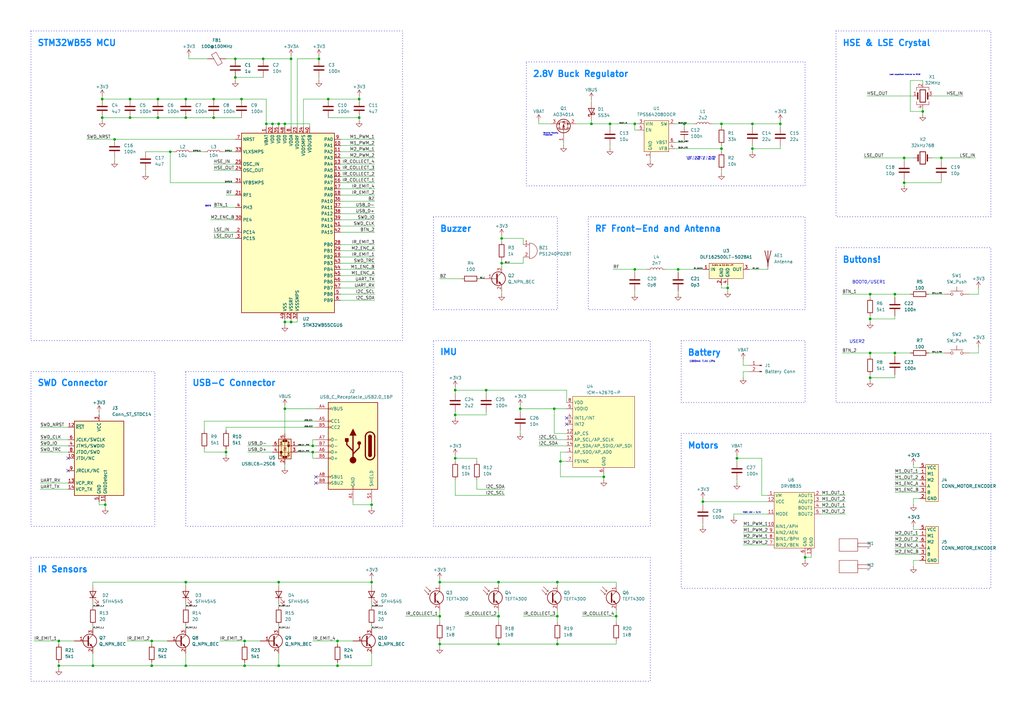
<source format=kicad_sch>
(kicad_sch (version 20231120) (generator "eeschema") (generator_version "8.0")
  (paper "A3")
  (title_block (title "MicroMouse") (rev "2"))
  (junction (at 367.03 144.78))
  (junction (at 229.87 189.23))
  (junction (at 186.69 187.96))
  (junction (at 330.2 228.6))
  (junction (at 295.91 50.8))
  (junction (at 116.84 167.64))
  (junction (at 213.36 167.64))
  (junction (at 53.34 40.64))
  (junction (at 356.87 144.78))
  (junction (at 186.69 160.02))
  (junction (at 128.27 182.88))
  (junction (at 228.6 252.73))
  (junction (at 308.61 50.8))
  (junction (at 180.34 264.16))
  (junction (at 288.29 205.74))
  (junction (at 138.43 262.89))
  (junction (at 99.06 40.64))
  (junction (at 320.04 50.8))
  (junction (at 280.67 50.8))
  (junction (at 260.35 50.8))
  (junction (at 138.43 273.05))
  (junction (at 46.99 57.15))
  (junction (at 53.34 48.26))
  (junction (at 76.2 238.76))
  (junction (at 370.84 64.77))
  (junction (at 152.4 238.76))
  (junction (at 250.19 50.8))
  (junction (at 180.34 238.76))
  (junction (at 228.6 264.16))
  (junction (at 41.91 48.26))
  (junction (at 24.13 262.89))
  (junction (at 205.74 107.95))
  (junction (at 76.2 40.64))
  (junction (at 92.71 185.42))
  (junction (at 147.32 40.64))
  (junction (at 87.63 40.64))
  (junction (at 62.23 262.89))
  (junction (at 119.38 24.13))
  (junction (at 43.18 207.01))
  (junction (at 252.73 252.73))
  (junction (at 96.52 24.13))
  (junction (at 370.84 74.93))
  (junction (at 100.33 262.89))
  (junction (at 186.69 170.18))
  (junction (at 152.4 207.01))
  (junction (at 204.47 264.16))
  (junction (at 100.33 273.05))
  (junction (at 356.87 154.94))
  (junction (at 247.65 195.58))
  (junction (at 356.87 120.65))
  (junction (at 109.22 50.8))
  (junction (at 242.57 50.8))
  (junction (at 180.34 252.73))
  (junction (at 204.47 238.76))
  (junction (at 41.91 40.64))
  (junction (at 386.08 64.77))
  (junction (at 298.45 118.11))
  (junction (at 199.39 160.02))
  (junction (at 96.52 31.75))
  (junction (at 111.76 50.8))
  (junction (at 76.2 273.05))
  (junction (at 62.23 273.05))
  (junction (at 204.47 252.73))
  (junction (at 24.13 273.05))
  (junction (at 308.61 60.96))
  (junction (at 128.27 185.42))
  (junction (at 114.3 238.76))
  (junction (at 134.62 40.64))
  (junction (at 278.13 110.49))
  (junction (at 227.33 167.64))
  (junction (at 130.81 24.13))
  (junction (at 228.6 238.76))
  (junction (at 64.77 40.64))
  (junction (at 38.1 273.05))
  (junction (at 147.32 48.26))
  (junction (at 260.35 110.49))
  (junction (at 116.84 50.8))
  (junction (at 114.3 273.05))
  (junction (at 116.84 132.08))
  (junction (at 367.03 120.65))
  (junction (at 356.87 130.81))
  (junction (at 302.26 187.96))
  (junction (at 76.2 48.26))
  (junction (at 64.77 48.26))
  (junction (at 107.95 24.13))
  (junction (at 87.63 48.26))
  (junction (at 69.85 62.23))
  (junction (at 114.3 50.8))
  (junction (at 119.38 132.08))
  (junction (at 378.46 45.72))
  (junction (at 295.91 60.96))
  (junction (at 205.74 97.79))
  (no_connect (at 232.41 173.99))
  (no_connect (at 27.94 193.04))
  (no_connect (at 27.94 187.96))
  (no_connect (at 129.54 195.58))
  (no_connect (at 232.41 171.45))
  (no_connect (at 129.54 198.12))
  (wire (pts (xy 129.54 180.34) (xy 128.27 180.34)))
  (wire (pts (xy 139.7 87.63) (xy 153.67 87.63)))
  (wire (pts (xy 367.03 199.39) (xy 377.19 199.39)))
  (wire (pts (xy 378.46 45.72) (xy 373.38 45.72)))
  (wire (pts (xy 288.29 205.74) (xy 314.96 205.74)))
  (wire (pts (xy 40.64 207.01) (xy 43.18 207.01)))
  (wire (pts (xy 346.71 208.28) (xy 336.55 208.28)))
  (wire (pts (xy 46.99 66.04) (xy 46.99 64.77)))
  (wire (pts (xy 367.03 129.54) (xy 367.03 130.81)))
  (wire (pts (xy 265.43 110.49) (xy 260.35 110.49)))
  (wire (pts (xy 266.7 66.04) (xy 266.7 64.77)))
  (wire (pts (xy 367.03 153.67) (xy 367.03 154.94)))
  (wire (pts (xy 370.84 64.77) (xy 374.65 64.77)))
  (wire (pts (xy 252.73 262.89) (xy 252.73 264.16)))
  (wire (pts (xy 40.64 168.91) (xy 40.64 170.18)))
  (wire (pts (xy 228.6 238.76) (xy 228.6 240.03)))
  (wire (pts (xy 92.71 24.13) (xy 96.52 24.13)))
  (wire (pts (xy 152.4 207.01) (xy 152.4 205.74)))
  (wire (pts (xy 204.47 264.16) (xy 228.6 264.16)))
  (wire (pts (xy 356.87 120.65) (xy 367.03 120.65)))
  (wire (pts (xy 180.34 250.19) (xy 180.34 252.73)))
  (wire (pts (xy 138.43 273.05) (xy 152.4 273.05)))
  (wire (pts (xy 100.33 273.05) (xy 114.3 273.05)))
  (wire (pts (xy 260.35 120.65) (xy 260.35 119.38)))
  (wire (pts (xy 242.57 50.8) (xy 250.19 50.8)))
  (wire (pts (xy 128.27 262.89) (xy 138.43 262.89)))
  (wire (pts (xy 204.47 252.73) (xy 204.47 255.27)))
  (wire (pts (xy 114.3 267.97) (xy 114.3 273.05)))
  (wire (pts (xy 300.99 212.09) (xy 300.99 210.82)))
  (wire (pts (xy 205.74 109.22) (xy 205.74 107.95)))
  (wire (pts (xy 199.39 170.18) (xy 186.69 170.18)))
  (wire (pts (xy 16.51 185.42) (xy 27.94 185.42)))
  (wire (pts (xy 76.2 238.76) (xy 114.3 238.76)))
  (wire (pts (xy 228.6 264.16) (xy 252.73 264.16)))
  (wire (pts (xy 38.1 248.92) (xy 38.1 247.65)))
  (wire (pts (xy 228.6 252.73) (xy 214.63 252.73)))
  (wire (pts (xy 180.34 238.76) (xy 180.34 240.03)))
  (wire (pts (xy 96.52 31.75) (xy 107.95 31.75)))
  (wire (pts (xy 139.7 107.95) (xy 153.67 107.95)))
  (wire (pts (xy 77.47 22.86) (xy 77.47 24.13)))
  (wire (pts (xy 252.73 250.19) (xy 252.73 252.73)))
  (wire (pts (xy 252.73 238.76) (xy 252.73 240.03)))
  (wire (pts (xy 152.4 267.97) (xy 152.4 273.05)))
  (wire (pts (xy 367.03 224.79) (xy 377.19 224.79)))
  (wire (pts (xy 139.7 120.65) (xy 153.67 120.65)))
  (wire (pts (xy 43.18 207.01) (xy 43.18 205.74)))
  (wire (pts (xy 114.3 50.8) (xy 114.3 52.07)))
  (wire (pts (xy 278.13 110.49) (xy 288.29 110.49)))
  (wire (pts (xy 38.1 256.54) (xy 38.1 257.81)))
  (wire (pts (xy 41.91 48.26) (xy 53.34 48.26)))
  (wire (pts (xy 111.76 50.8) (xy 111.76 52.07)))
  (wire (pts (xy 273.05 110.49) (xy 278.13 110.49)))
  (wire (pts (xy 138.43 273.05) (xy 138.43 271.78)))
  (wire (pts (xy 92.71 185.42) (xy 83.82 185.42)))
  (wire (pts (xy 260.35 50.8) (xy 261.62 50.8)))
  (wire (pts (xy 69.85 62.23) (xy 71.12 62.23)))
  (wire (pts (xy 354.33 64.77) (xy 370.84 64.77)))
  (wire (pts (xy 228.6 238.76) (xy 252.73 238.76)))
  (wire (pts (xy 295.91 59.69) (xy 295.91 60.96)))
  (wire (pts (xy 304.8 147.32) (xy 304.8 149.86)))
  (wire (pts (xy 27.94 198.12) (xy 16.51 198.12)))
  (wire (pts (xy 16.51 175.26) (xy 27.94 175.26)))
  (wire (pts (xy 252.73 252.73) (xy 252.73 255.27)))
  (wire (pts (xy 320.04 50.8) (xy 320.04 49.53)))
  (wire (pts (xy 374.65 217.17) (xy 377.19 217.17)))
  (wire (pts (xy 134.62 40.64) (xy 147.32 40.64)))
  (wire (pts (xy 109.22 50.8) (xy 109.22 52.07)))
  (wire (pts (xy 247.65 196.85) (xy 247.65 195.58)))
  (wire (pts (xy 374.65 229.87) (xy 377.19 229.87)))
  (wire (pts (xy 220.98 50.8) (xy 226.06 50.8)))
  (wire (pts (xy 304.8 149.86) (xy 307.34 149.86)))
  (wire (pts (xy 107.95 24.13) (xy 119.38 24.13)))
  (wire (pts (xy 38.1 267.97) (xy 38.1 273.05)))
  (wire (pts (xy 356.87 154.94) (xy 356.87 153.67)))
  (wire (pts (xy 250.19 50.8) (xy 250.19 52.07)))
  (wire (pts (xy 330.2 228.6) (xy 330.2 229.87)))
  (wire (pts (xy 152.4 248.92) (xy 152.4 247.65)))
  (wire (pts (xy 147.32 39.37) (xy 147.32 40.64)))
  (wire (pts (xy 280.67 52.07) (xy 280.67 50.8)))
  (wire (pts (xy 355.6 39.37) (xy 374.65 39.37)))
  (wire (pts (xy 139.7 72.39) (xy 153.67 72.39)))
  (wire (pts (xy 199.39 160.02) (xy 199.39 161.29)))
  (wire (pts (xy 35.56 57.15) (xy 46.99 57.15)))
  (wire (pts (xy 320.04 50.8) (xy 320.04 52.07)))
  (wire (pts (xy 100.33 262.89) (xy 106.68 262.89)))
  (wire (pts (xy 367.03 130.81) (xy 356.87 130.81)))
  (wire (pts (xy 180.34 252.73) (xy 166.37 252.73)))
  (wire (pts (xy 196.85 114.3) (xy 198.12 114.3)))
  (wire (pts (xy 345.44 120.65) (xy 356.87 120.65)))
  (wire (pts (xy 204.47 262.89) (xy 204.47 264.16)))
  (wire (pts (xy 180.34 238.76) (xy 204.47 238.76)))
  (wire (pts (xy 139.7 67.31) (xy 153.67 67.31)))
  (wire (pts (xy 302.26 187.96) (xy 312.42 187.96)))
  (wire (pts (xy 377.19 222.25) (xy 367.03 222.25)))
  (wire (pts (xy 298.45 119.38) (xy 298.45 118.11)))
  (wire (pts (xy 76.2 238.76) (xy 76.2 240.03)))
  (wire (pts (xy 302.26 186.69) (xy 302.26 187.96)))
  (wire (pts (xy 62.23 262.89) (xy 68.58 262.89)))
  (wire (pts (xy 276.86 60.96) (xy 295.91 60.96)))
  (wire (pts (xy 228.6 250.19) (xy 228.6 252.73)))
  (wire (pts (xy 204.47 252.73) (xy 190.5 252.73)))
  (wire (pts (xy 314.96 218.44) (xy 304.8 218.44)))
  (wire (pts (xy 378.46 46.99) (xy 378.46 45.72)))
  (wire (pts (xy 220.98 49.53) (xy 220.98 50.8)))
  (wire (pts (xy 247.65 195.58) (xy 247.65 194.31)))
  (wire (pts (xy 139.7 85.09) (xy 153.67 85.09)))
  (wire (pts (xy 62.23 264.16) (xy 62.23 262.89)))
  (wire (pts (xy 242.57 40.64) (xy 242.57 41.91)))
  (wire (pts (xy 382.27 64.77) (xy 386.08 64.77)))
  (wire (pts (xy 374.65 207.01) (xy 374.65 204.47)))
  (wire (pts (xy 374.65 204.47) (xy 377.19 204.47)))
  (wire (pts (xy 207.01 200.66) (xy 195.58 200.66)))
  (wire (pts (xy 232.41 160.02) (xy 232.41 165.1)))
  (wire (pts (xy 356.87 144.78) (xy 367.03 144.78)))
  (wire (pts (xy 153.67 80.01) (xy 139.7 80.01)))
  (wire (pts (xy 128.27 182.88) (xy 121.92 182.88)))
  (wire (pts (xy 330.2 227.33) (xy 330.2 228.6)))
  (wire (pts (xy 96.52 97.79) (xy 87.63 97.79)))
  (wire (pts (xy 367.03 194.31) (xy 377.19 194.31)))
  (wire (pts (xy 180.34 262.89) (xy 180.34 264.16)))
  (wire (pts (xy 186.69 158.75) (xy 186.69 160.02)))
  (wire (pts (xy 87.63 85.09) (xy 96.52 85.09)))
  (wire (pts (xy 139.7 64.77) (xy 153.67 64.77)))
  (wire (pts (xy 346.71 203.2) (xy 336.55 203.2)))
  (wire (pts (xy 336.55 210.82) (xy 346.71 210.82)))
  (wire (pts (xy 280.67 50.8) (xy 284.48 50.8)))
  (wire (pts (xy 62.23 273.05) (xy 62.23 271.78)))
  (wire (pts (xy 295.91 50.8) (xy 295.91 52.07)))
  (wire (pts (xy 330.2 228.6) (xy 332.74 228.6)))
  (wire (pts (xy 214.63 100.33) (xy 214.63 97.79)))
  (wire (pts (xy 247.65 195.58) (xy 229.87 195.58)))
  (wire (pts (xy 232.41 182.88) (xy 220.98 182.88)))
  (wire (pts (xy 214.63 107.95) (xy 214.63 105.41)))
  (wire (pts (xy 381 120.65) (xy 387.35 120.65)))
  (wire (pts (xy 129.54 167.64) (xy 116.84 167.64)))
  (wire (pts (xy 76.2 273.05) (xy 100.33 273.05)))
  (wire (pts (xy 116.84 50.8) (xy 114.3 50.8)))
  (wire (pts (xy 152.4 256.54) (xy 152.4 257.81)))
  (wire (pts (xy 232.41 180.34) (xy 220.98 180.34)))
  (wire (pts (xy 302.26 196.85) (xy 302.26 198.12)))
  (wire (pts (xy 153.67 113.03) (xy 139.7 113.03)))
  (wire (pts (xy 280.67 57.15) (xy 280.67 58.42)))
  (wire (pts (xy 116.84 191.77) (xy 116.84 190.5)))
  (wire (pts (xy 370.84 66.04) (xy 370.84 64.77)))
  (wire (pts (xy 114.3 238.76) (xy 114.3 240.03)))
  (wire (pts (xy 228.6 262.89) (xy 228.6 264.16)))
  (wire (pts (xy 312.42 187.96) (xy 312.42 203.2)))
  (wire (pts (xy 186.69 187.96) (xy 186.69 189.23)))
  (wire (pts (xy 288.29 214.63) (xy 288.29 215.9)))
  (wire (pts (xy 69.85 74.93) (xy 96.52 74.93)))
  (wire (pts (xy 153.67 82.55) (xy 139.7 82.55)))
  (wire (pts (xy 381 144.78) (xy 387.35 144.78)))
  (wire (pts (xy 41.91 39.37) (xy 41.91 40.64)))
  (wire (pts (xy 43.18 208.28) (xy 43.18 207.01)))
  (wire (pts (xy 278.13 110.49) (xy 278.13 111.76)))
  (wire (pts (xy 180.34 264.16) (xy 204.47 264.16)))
  (wire (pts (xy 232.41 177.8) (xy 227.33 177.8)))
  (wire (pts (xy 186.69 160.02) (xy 199.39 160.02)))
  (wire (pts (xy 300.99 210.82) (xy 314.96 210.82)))
  (wire (pts (xy 139.7 59.69) (xy 153.67 59.69)))
  (wire (pts (xy 92.71 175.26) (xy 129.54 175.26)))
  (wire (pts (xy 91.44 62.23) (xy 96.52 62.23)))
  (wire (pts (xy 186.69 171.45) (xy 186.69 170.18)))
  (wire (pts (xy 276.86 58.42) (xy 280.67 58.42)))
  (wire (pts (xy 199.39 160.02) (xy 232.41 160.02)))
  (wire (pts (xy 260.35 53.34) (xy 261.62 53.34)))
  (wire (pts (xy 180.34 114.3) (xy 189.23 114.3)))
  (wire (pts (xy 378.46 45.72) (xy 378.46 44.45)))
  (wire (pts (xy 260.35 110.49) (xy 260.35 111.76)))
  (wire (pts (xy 231.14 59.69) (xy 231.14 58.42)))
  (wire (pts (xy 130.81 22.86) (xy 130.81 24.13)))
  (wire (pts (xy 139.7 118.11) (xy 153.67 118.11)))
  (wire (pts (xy 276.86 50.8) (xy 280.67 50.8)))
  (wire (pts (xy 356.87 156.21) (xy 356.87 154.94)))
  (wire (pts (xy 114.3 50.8) (xy 111.76 50.8)))
  (wire (pts (xy 308.61 60.96) (xy 320.04 60.96)))
  (wire (pts (xy 87.63 95.25) (xy 96.52 95.25)))
  (wire (pts (xy 229.87 189.23) (xy 229.87 195.58)))
  (wire (pts (xy 213.36 167.64) (xy 213.36 168.91)))
  (wire (pts (xy 386.08 64.77) (xy 400.05 64.77)))
  (wire (pts (xy 213.36 166.37) (xy 213.36 167.64)))
  (wire (pts (xy 119.38 22.86) (xy 119.38 24.13)))
  (wire (pts (xy 121.92 130.81) (xy 121.92 132.08)))
  (wire (pts (xy 129.54 187.96) (xy 128.27 187.96)))
  (wire (pts (xy 214.63 97.79) (xy 205.74 97.79)))
  (wire (pts (xy 377.19 227.33) (xy 367.03 227.33)))
  (wire (pts (xy 242.57 49.53) (xy 242.57 50.8)))
  (wire (pts (xy 186.69 168.91) (xy 186.69 170.18)))
  (wire (pts (xy 250.19 50.8) (xy 260.35 50.8)))
  (wire (pts (xy 64.77 48.26) (xy 76.2 48.26)))
  (wire (pts (xy 378.46 33.02) (xy 378.46 34.29)))
  (wire (pts (xy 252.73 252.73) (xy 238.76 252.73)))
  (wire (pts (xy 114.3 273.05) (xy 138.43 273.05)))
  (wire (pts (xy 121.92 132.08) (xy 119.38 132.08)))
  (wire (pts (xy 139.7 102.87) (xy 153.67 102.87)))
  (wire (pts (xy 356.87 146.05) (xy 356.87 144.78)))
  (wire (pts (xy 53.34 40.64) (xy 64.77 40.64)))
  (wire (pts (xy 116.84 166.37) (xy 116.84 167.64)))
  (wire (pts (xy 64.77 40.64) (xy 76.2 40.64)))
  (wire (pts (xy 139.7 69.85) (xy 153.67 69.85)))
  (wire (pts (xy 278.13 120.65) (xy 278.13 119.38)))
  (wire (pts (xy 292.1 50.8) (xy 295.91 50.8)))
  (wire (pts (xy 195.58 189.23) (xy 195.58 187.96)))
  (wire (pts (xy 127 52.07) (xy 127 50.8)))
  (wire (pts (xy 24.13 274.32) (xy 24.13 273.05)))
  (wire (pts (xy 69.85 62.23) (xy 69.85 74.93)))
  (wire (pts (xy 295.91 71.12) (xy 295.91 69.85)))
  (wire (pts (xy 386.08 74.93) (xy 386.08 73.66)))
  (wire (pts (xy 377.19 196.85) (xy 367.03 196.85)))
  (wire (pts (xy 86.36 90.17) (xy 96.52 90.17)))
  (wire (pts (xy 124.46 40.64) (xy 124.46 52.07)))
  (wire (pts (xy 199.39 168.91) (xy 199.39 170.18)))
  (wire (pts (xy 99.06 40.64) (xy 109.22 40.64)))
  (wire (pts (xy 13.97 262.89) (xy 24.13 262.89)))
  (wire (pts (xy 227.33 167.64) (xy 232.41 167.64)))
  (wire (pts (xy 370.84 74.93) (xy 370.84 76.2)))
  (wire (pts (xy 16.51 180.34) (xy 27.94 180.34)))
  (wire (pts (xy 76.2 48.26) (xy 87.63 48.26)))
  (wire (pts (xy 367.03 144.78) (xy 367.03 146.05)))
  (wire (pts (xy 229.87 185.42) (xy 229.87 189.23)))
  (wire (pts (xy 59.69 71.12) (xy 59.69 69.85)))
  (wire (pts (xy 370.84 74.93) (xy 386.08 74.93)))
  (wire (pts (xy 152.4 207.01) (xy 144.78 207.01)))
  (wire (pts (xy 345.44 144.78) (xy 356.87 144.78)))
  (wire (pts (xy 138.43 264.16) (xy 138.43 262.89)))
  (wire (pts (xy 308.61 50.8) (xy 295.91 50.8)))
  (wire (pts (xy 111.76 182.88) (xy 101.6 182.88)))
  (wire (pts (xy 139.7 110.49) (xy 153.67 110.49)))
  (wire (pts (xy 128.27 180.34) (xy 128.27 182.88)))
  (wire (pts (xy 139.7 57.15) (xy 153.67 57.15)))
  (wire (pts (xy 87.63 67.31) (xy 96.52 67.31)))
  (wire (pts (xy 96.52 69.85) (xy 87.63 69.85)))
  (wire (pts (xy 374.65 232.41) (xy 374.65 229.87)))
  (wire (pts (xy 152.4 208.28) (xy 152.4 207.01)))
  (wire (pts (xy 336.55 205.74) (xy 346.71 205.74)))
  (wire (pts (xy 186.69 186.69) (xy 186.69 187.96)))
  (wire (pts (xy 130.81 33.02) (xy 130.81 31.75)))
  (wire (pts (xy 128.27 185.42) (xy 121.92 185.42)))
  (wire (pts (xy 62.23 273.05) (xy 76.2 273.05)))
  (wire (pts (xy 116.84 130.81) (xy 116.84 132.08)))
  (wire (pts (xy 195.58 200.66) (xy 195.58 196.85)))
  (wire (pts (xy 24.13 273.05) (xy 24.13 271.78)))
  (wire (pts (xy 207.01 203.2) (xy 186.69 203.2)))
  (wire (pts (xy 76.2 40.64) (xy 87.63 40.64)))
  (wire (pts (xy 295.91 116.84) (xy 295.91 118.11)))
  (wire (pts (xy 260.35 50.8) (xy 260.35 53.34)))
  (wire (pts (xy 144.78 207.01) (xy 144.78 205.74)))
  (wire (pts (xy 180.34 264.16) (xy 180.34 265.43)))
  (wire (pts (xy 401.32 142.24) (xy 401.32 144.78)))
  (wire (pts (xy 295.91 118.11) (xy 298.45 118.11)))
  (wire (pts (xy 139.7 90.17) (xy 153.67 90.17)))
  (wire (pts (xy 128.27 187.96) (xy 128.27 185.42)))
  (wire (pts (xy 53.34 48.26) (xy 64.77 48.26)))
  (wire (pts (xy 92.71 176.53) (xy 92.71 175.26)))
  (wire (pts (xy 24.13 262.89) (xy 30.48 262.89)))
  (wire (pts (xy 401.32 120.65) (xy 397.51 120.65)))
  (wire (pts (xy 139.7 74.93) (xy 153.67 74.93)))
  (wire (pts (xy 367.03 120.65) (xy 367.03 121.92)))
  (wire (pts (xy 288.29 205.74) (xy 288.29 207.01)))
  (wire (pts (xy 205.74 107.95) (xy 214.63 107.95)))
  (wire (pts (xy 298.45 118.11) (xy 298.45 116.84)))
  (wire (pts (xy 374.65 215.9) (xy 374.65 217.17)))
  (wire (pts (xy 27.94 182.88) (xy 16.51 182.88)))
  (wire (pts (xy 96.52 31.75) (xy 96.52 33.02)))
  (wire (pts (xy 227.33 177.8) (xy 227.33 167.64)))
  (wire (pts (xy 147.32 48.26) (xy 147.32 49.53)))
  (wire (pts (xy 59.69 62.23) (xy 69.85 62.23)))
  (wire (pts (xy 121.92 52.07) (xy 121.92 24.13)))
  (wire (pts (xy 373.38 120.65) (xy 367.03 120.65)))
  (wire (pts (xy 52.07 262.89) (xy 62.23 262.89)))
  (wire (pts (xy 232.41 185.42) (xy 229.87 185.42)))
  (wire (pts (xy 78.74 62.23) (xy 83.82 62.23)))
  (wire (pts (xy 90.17 262.89) (xy 100.33 262.89)))
  (wire (pts (xy 83.82 172.72) (xy 129.54 172.72)))
  (wire (pts (xy 251.46 110.49) (xy 260.35 110.49)))
  (wire (pts (xy 119.38 52.07) (xy 119.38 24.13)))
  (wire (pts (xy 41.91 40.64) (xy 53.34 40.64)))
  (wire (pts (xy 401.32 144.78) (xy 397.51 144.78)))
  (wire (pts (xy 139.7 115.57) (xy 153.67 115.57)))
  (wire (pts (xy 92.71 80.01) (xy 96.52 80.01)))
  (wire (pts (xy 332.74 228.6) (xy 332.74 227.33)))
  (wire (pts (xy 100.33 273.05) (xy 100.33 271.78)))
  (wire (pts (xy 128.27 185.42) (xy 129.54 185.42)))
  (wire (pts (xy 153.67 77.47) (xy 139.7 77.47)))
  (wire (pts (xy 38.1 273.05) (xy 62.23 273.05)))
  (wire (pts (xy 312.42 203.2) (xy 314.96 203.2)))
  (wire (pts (xy 116.84 132.08) (xy 116.84 133.35)))
  (wire (pts (xy 134.62 48.26) (xy 147.32 48.26)))
  (wire (pts (xy 373.38 144.78) (xy 367.03 144.78)))
  (wire (pts (xy 109.22 40.64) (xy 109.22 50.8)))
  (wire (pts (xy 139.7 92.71) (xy 153.67 92.71)))
  (wire (pts (xy 370.84 73.66) (xy 370.84 74.93)))
  (wire (pts (xy 356.87 132.08) (xy 356.87 130.81)))
  (wire (pts (xy 186.69 160.02) (xy 186.69 161.29)))
  (wire (pts (xy 308.61 60.96) (xy 308.61 59.69)))
  (wire (pts (xy 304.8 215.9) (xy 314.96 215.9)))
  (wire (pts (xy 100.33 264.16) (xy 100.33 262.89)))
  (wire (pts (xy 24.13 273.05) (xy 38.1 273.05)))
  (wire (pts (xy 134.62 40.64) (xy 124.46 40.64)))
  (wire (pts (xy 41.91 49.53) (xy 41.91 48.26)))
  (wire (pts (xy 180.34 252.73) (xy 180.34 255.27)))
  (wire (pts (xy 204.47 238.76) (xy 228.6 238.76)))
  (wire (pts (xy 76.2 267.97) (xy 76.2 273.05)))
  (wire (pts (xy 304.8 152.4) (xy 307.34 152.4)))
  (wire (pts (xy 46.99 57.15) (xy 96.52 57.15)))
  (wire (pts (xy 87.63 40.64) (xy 99.06 40.64)))
  (wire (pts (xy 129.54 182.88) (xy 128.27 182.88)))
  (wire (pts (xy 373.38 45.72) (xy 373.38 33.02)))
  (wire (pts (xy 367.03 219.71) (xy 377.19 219.71)))
  (wire (pts (xy 205.74 107.95) (xy 205.74 106.68)))
  (wire (pts (xy 356.87 121.92) (xy 356.87 120.65)))
  (wire (pts (xy 27.94 200.66) (xy 16.51 200.66)))
  (wire (pts (xy 308.61 62.23) (xy 308.61 60.96)))
  (wire (pts (xy 374.65 191.77) (xy 377.19 191.77)))
  (wire (pts (xy 204.47 238.76) (xy 204.47 240.03)))
  (wire (pts (xy 114.3 248.92) (xy 114.3 247.65)))
  (wire (pts (xy 320.04 60.96) (xy 320.04 59.69)))
  (wire (pts (xy 121.92 24.13) (xy 130.81 24.13)))
  (wire (pts (xy 373.38 33.02) (xy 378.46 33.02)))
  (wire (pts (xy 205.74 97.79) (xy 205.74 99.06)))
  (wire (pts (xy 374.65 190.5) (xy 374.65 191.77)))
  (wire (pts (xy 119.38 132.08) (xy 119.38 130.81)))
  (wire (pts (xy 83.82 176.53) (xy 83.82 172.72)))
  (wire (pts (xy 232.41 189.23) (xy 229.87 189.23)))
  (wire (pts (xy 153.67 95.25) (xy 139.7 95.25)))
  (wire (pts (xy 111.76 50.8) (xy 109.22 50.8)))
  (wire (pts (xy 114.3 256.54) (xy 114.3 257.81)))
  (wire (pts (xy 180.34 237.49) (xy 180.34 238.76)))
  (wire (pts (xy 40.64 205.74) (xy 40.64 207.01)))
  (wire (pts (xy 186.69 203.2) (xy 186.69 196.85)))
  (wire (pts (xy 138.43 262.89) (xy 144.78 262.89)))
  (wire (pts (xy 38.1 238.76) (xy 76.2 238.76)))
  (wire (pts (xy 236.22 50.8) (xy 242.57 50.8)))
  (wire (pts (xy 367.03 154.94) (xy 356.87 154.94)))
  (wire (pts (xy 295.91 60.96) (xy 295.91 62.23)))
  (wire (pts (xy 401.32 118.11) (xy 401.32 120.65)))
  (wire (pts (xy 204.47 250.19) (xy 204.47 252.73)))
  (wire (pts (xy 116.84 167.64) (xy 116.84 177.8)))
  (wire (pts (xy 92.71 185.42) (xy 92.71 184.15)))
  (wire (pts (xy 377.19 201.93) (xy 367.03 201.93)))
  (wire (pts (xy 114.3 238.76) (xy 152.4 238.76)))
  (wire (pts (xy 116.84 132.08) (xy 119.38 132.08)))
  (wire (pts (xy 304.8 220.98) (xy 314.96 220.98)))
  (wire (pts (xy 77.47 24.13) (xy 85.09 24.13)))
  (wire (pts (xy 356.87 130.81) (xy 356.87 129.54)))
  (wire (pts (xy 83.82 185.42) (xy 83.82 184.15)))
  (wire (pts (xy 139.7 105.41) (xy 153.67 105.41)))
  (wire (pts (xy 213.36 167.64) (xy 227.33 167.64)))
  (wire (pts (xy 386.08 64.77) (xy 386.08 66.04)))
  (wire (pts (xy 308.61 52.07) (xy 308.61 50.8)))
  (wire (pts (xy 288.29 204.47) (xy 288.29 205.74)))
  (wire (pts (xy 382.27 39.37) (xy 394.97 39.37)))
  (wire (pts (xy 308.61 50.8) (xy 320.04 50.8)))
  (wire (pts (xy 307.34 110.49) (xy 314.96 110.49)))
  (wire (pts (xy 314.96 223.52) (xy 304.8 223.52)))
  (wire (pts (xy 76.2 256.54) (xy 76.2 257.81)))
  (wire (pts (xy 24.13 264.16) (xy 24.13 262.89)))
  (wire (pts (xy 38.1 238.76) (xy 38.1 240.03)))
  (wire (pts (xy 92.71 186.69) (xy 92.71 185.42)))
  (wire (pts (xy 213.36 177.8) (xy 213.36 176.53)))
  (wire (pts (xy 76.2 248.92) (xy 76.2 247.65)))
  (wire (pts (xy 116.84 50.8) (xy 116.84 52.07)))
  (wire (pts (xy 195.58 187.96) (xy 186.69 187.96)))
  (wire (pts (xy 304.8 154.94) (xy 304.8 152.4)))
  (wire (pts (xy 152.4 237.49) (xy 152.4 238.76)))
  (wire (pts (xy 250.19 60.96) (xy 250.19 59.69)))
  (wire (pts (xy 205.74 120.65) (xy 205.74 119.38)))
  (wire (pts (xy 96.52 24.13) (xy 107.95 24.13)))
  (wire (pts (xy 87.63 48.26) (xy 99.06 48.26)))
  (wire (pts (xy 139.7 62.23) (xy 153.67 62.23)))
  (wire (pts (xy 205.74 97.79) (xy 205.74 96.52)))
  (wire (pts (xy 111.76 185.42) (xy 101.6 185.42)))
  (wire (pts (xy 139.7 100.33) (xy 153.67 100.33)))
  (wire (pts (xy 302.26 187.96) (xy 302.26 189.23)))
  (wire (pts (xy 153.67 123.19) (xy 139.7 123.19)))
  (wire (pts (xy 228.6 252.73) (xy 228.6 255.27)))
  (wire (pts (xy 152.4 238.76) (xy 152.4 240.03)))
  (wire (pts (xy 127 50.8) (xy 116.84 50.8)))
  (rectangle (start 342.9 101.6) (end 406.4 165.1) (stroke (width 0.25) (type dot)))
  (rectangle (start 342.9 12.7) (end 406.4 88.9) (stroke (width 0.25) (type dot)))
  (rectangle (start 177.8 139.7) (end 266.7 215.9) (stroke (width 0.25) (type dot)))
  (rectangle (start 241.3 88.9) (end 330.2 127) (stroke (width 0.25) (type dot)))
  (rectangle (start 279.4 139.7) (end 330.2 165.1) (stroke (width 0.25) (type dot)))
  (rectangle (start 12.7 12.7) (end 165.1 139.7) (stroke (width 0.25) (type dot)))
  (rectangle (start 76.2 152.4) (end 165.1 215.9) (stroke (width 0.25) (type dot)))
  (rectangle (start 177.8 88.9) (end 228.6 127) (stroke (width 0.25) (type dot)))
  (rectangle (start 279.4 177.8) (end 406.4 241.3) (stroke (width 0.25) (type dot)))
  (rectangle (start 12.7 228.6) (end 266.7 279.4) (stroke (width 0.25) (type dot)))
  (rectangle (start 215.9 25.4) (end 330.2 76.2) (stroke (width 0.25) (type dot)))
  (rectangle (start 12.7 152.4) (end 63.5 215.9) (stroke (width 0.25) (type dot)))
  (text "Buzzer" (at 180.34 93.98 0) (effects (font (size 2.5 2.5) (thickness 0.5) (bold yes)) (justify left)))
  (text "SWD Connector" (at 15.24 157.226 0) (effects (font (size 2.5 2.5) (thickness 0.5) (bold yes)) (justify left)))
  (text "BOOT0/USER1" (at 356.362 115.824 0) (effects (font (size 1.27 1.27))))
  (text "RF Front-End and Antenna" (at 243.84 93.98 0) (effects (font (size 2.5 2.5) (thickness 0.5) (bold yes)) (justify left)))
  (text "IR Sensors" (at 15.24 233.68 0) (effects (font (size 2.5 2.5) (thickness 0.5) (bold yes)) (justify left)))
  (text "USB-C Connector" (at 78.74 157.226 0) (effects (font (size 2.5 2.5) (thickness 0.5) (bold yes)) (justify left)))
  (text "Buttons!" (at 345.44 106.68 0) (effects (font (size 2.5 2.5) (thickness 0.5) (bold yes)) (justify left)))
  (text "Reverse Polarity\nProtection" (at 222.758 55.118 0) (effects (font (size 0.5 0.5)) (justify left)))
  (text "STM32WB55 MCU" (at 15.24 17.78 0) (effects (font (size 2.5 2.5) (thickness 0.5) (bold yes)) (justify left)))
  (text "V_OUT = 0.760 * (1 + R1/R2)\n3.27 = 0.760 * (1 + 33/10)" (at 287.528 65.024 0) (effects (font (size 0.5 0.5))))
  (text "HSE & LSE Crystal" (at 345.44 17.78 0) (effects (font (size 2.5 2.5) (thickness 0.5) (bold yes)) (justify left)))
  (text "IMU" (at 180.34 144.526 0) (effects (font (size 2.5 2.5) (thickness 0.5) (bold yes)) (justify left)))
  (text "2.8V Buck Regulator" (at 218.44 30.48 0) (effects (font (size 2.5 2.5) (thickness 0.5) (bold yes)) (justify left)))
  (text "MODE LOW = IN/IN" (at 308.356 210.312 0) (effects (font (size 0.5 0.5))))
  (text "1000mA 7.4V LiPo" (at 282.702 148.336 0) (effects (font (size 0.75 0.75)) (justify left)))
  (text "Motors" (at 281.94 182.88 0) (effects (font (size 2.5 2.5) (thickness 0.5) (bold yes)) (justify left)))
  (text "Battery" (at 281.94 144.78 0) (effects (font (size 2.5 2.5) (thickness 0.5) (bold yes)) (justify left)))
  (text "USER2" (at 351.536 140.208 0) (effects (font (size 1.27 1.27))))
  (text "BOOT0" (at 85.344 84.582 0) (effects (font (size 0.5 0.5))))
  (text "Load capacitors internal to MCU!" (at 371.094 30.734 0) (effects (font (size 0.5 0.5))))
  (label "LSE_OUT" (at 354.33 64.77 0))
  (label "IR_COLLECT_2" (at 190.5 252.73 0))
  (label "IR_EMIT_1_2" (at 38.1 248.92 0) (effects (font (size 0.5 0.5))))
  (label "I2C_SDA" (at 153.67 123.19 180))
  (label "M1_PWM_2" (at 153.67 59.69 180))
  (label "M1_OUT_1" (at 346.71 203.2 180))
  (label "UART_TX" (at 153.67 115.57 180))
  (label "BUCK_VFB" (at 278.13 60.96 0) (effects (font (size 0.5 0.5))))
  (label "USB_D+" (at 101.6 185.42 0))
  (label "BTN_1" (at 345.44 120.65 0))
  (label "BZ" (at 180.34 114.3 0))
  (label "LSE_IN" (at 400.05 64.77 180))
  (label "RF" (at 92.71 80.01 0))
  (label "BTN_2" (at 345.44 144.78 0))
  (label "BUCK_IN" (at 254 50.8 0) (effects (font (size 0.5 0.5))))
  (label "M2_ENC_A" (at 153.67 102.87 180))
  (label "M1_PWM_1" (at 304.8 215.9 0))
  (label "SMPSLXL" (at 82.55 62.23 180) (effects (font (size 0.5 0.5))))
  (label "IR_EMIT_2" (at 52.07 262.89 0))
  (label "UART_RX" (at 153.67 118.11 180))
  (label "BTN_1_PRE" (at 382.27 120.65 0) (effects (font (size 0.5 0.5))))
  (label "M2_OUT_2" (at 346.71 210.82 180))
  (label "LSE_IN" (at 87.63 95.25 0))
  (label "BZ" (at 153.67 82.55 180))
  (label "I2C_SDA" (at 220.98 182.88 0))
  (label "SWD_CLK" (at 16.51 180.34 0))
  (label "RF_ANT" (at 308.61 110.49 0) (effects (font (size 0.5 0.5))))
  (label "M2_PWM_2" (at 153.67 64.77 180))
  (label "IR_EMIT_1" (at 13.97 262.89 0))
  (label "M2_ENC_A" (at 367.03 224.79 0))
  (label "IR_EMIT_1_1" (at 38.1 257.81 0) (effects (font (size 0.5 0.5))))
  (label "M1_ENC_A" (at 367.03 199.39 0))
  (label "IR_EMIT_2_1" (at 76.2 257.81 0) (effects (font (size 0.5 0.5))))
  (label "IR_EMIT_4" (at 153.67 77.47 180))
  (label "USB_CC1" (at 128.27 172.72 180) (effects (font (size 0.5 0.5))))
  (label "SMPSLX" (at 95.25 62.23 180) (effects (font (size 0.5 0.5))))
  (label "M2_ENC_B" (at 86.36 90.17 0))
  (label "M2_OUT_2" (at 367.03 222.25 0))
  (label "I2C_SCL" (at 153.67 120.65 180))
  (label "SWD_CLK" (at 153.67 92.71 180))
  (label "SWD_TRC" (at 153.67 107.95 180))
  (label "HSE_OUT" (at 355.6 39.37 0))
  (label "IR_EMIT_4" (at 128.27 262.89 0))
  (label "HSE_IN" (at 394.97 39.37 180))
  (label "UART_RX" (at 16.51 198.12 0))
  (label "RF_MATCH" (at 284.48 110.49 0) (effects (font (size 0.5 0.5))))
  (label "IR_EMIT_3" (at 90.17 262.89 0))
  (label "USB_D-_PRE" (at 127 182.88 180) (effects (font (size 0.5 0.5))))
  (label "M2_PWM_2" (at 304.8 223.52 0))
  (label "IR_COLLECT_4" (at 238.76 252.73 0))
  (label "BZ_1" (at 196.85 114.3 0) (effects (font (size 0.5 0.5))))
  (label "IR_EMIT_2_2" (at 76.2 248.92 0) (effects (font (size 0.5 0.5))))
  (label "M2_PWM_1" (at 304.8 220.98 0))
  (label "IR_EMIT_2" (at 153.67 80.01 180))
  (label "IR_EMIT_3_2" (at 114.3 248.92 0) (effects (font (size 0.5 0.5))))
  (label "USB_D+" (at 153.67 87.63 180))
  (label "M1_OUT_2" (at 346.71 205.74 180))
  (label "IR_COLLECT_3" (at 153.67 69.85 180))
  (label "BZ_2" (at 207.01 107.95 0) (effects (font (size 0.5 0.5))))
  (label "IR_COLLECT_4" (at 153.67 67.31 180))
  (label "IR_EMIT_3_1" (at 114.3 257.81 0) (effects (font (size 0.5 0.5))))
  (label "SWD_IO" (at 16.51 182.88 0))
  (label "HSE_IN" (at 87.63 67.31 0))
  (label "M2_PWM_1" (at 153.67 62.23 180))
  (label "SWD_NRST" (at 16.51 175.26 0))
  (label "M1_ENC_B" (at 367.03 201.93 0))
  (label "BTN_1" (at 87.63 85.09 0))
  (label "IR_EMIT_1" (at 153.67 105.41 180))
  (label "SMPSFB" (at 95.25 74.93 180) (effects (font (size 0.5 0.5))))
  (label "SWD_IO" (at 153.67 90.17 180))
  (label "I2C_SDA" (at 207.01 200.66 180))
  (label "M1_OUT_2" (at 367.03 196.85 0))
  (label "IR_COLLECT_1" (at 153.67 74.93 180))
  (label "USB_CC2" (at 128.27 175.26 180) (effects (font (size 0.5 0.5))))
  (label "M2_OUT_1" (at 367.03 219.71 0))
  (label "M1_OUT_1" (at 367.03 194.31 0))
  (label "USB_D-" (at 153.67 85.09 180))
  (label "BTN_2" (at 153.67 95.25 180))
  (label "I2C_SCL" (at 220.98 180.34 0))
  (label "IR_COLLECT_1" (at 166.37 252.73 0))
  (label "UART_TX" (at 16.51 200.66 0))
  (label "SWD_NRST" (at 35.56 57.15 0))
  (label "IR_EMIT_3" (at 153.67 100.33 180))
  (label "BTN_2_PRE" (at 382.27 144.78 0) (effects (font (size 0.5 0.5))))
  (label "HSE_OUT" (at 87.63 69.85 0))
  (label "IR_EMIT_4_1" (at 152.4 257.81 0) (effects (font (size 0.5 0.5))))
  (label "RF" (at 251.46 110.49 0))
  (label "M2_OUT_1" (at 346.71 208.28 180))
  (label "M1_PWM_1" (at 153.67 57.15 180))
  (label "BUCK_VBST" (at 278.13 58.42 0) (effects (font (size 0.5 0.5))))
  (label "IR_COLLECT_2" (at 153.67 72.39 180))
  (label "USB_D+_PRE" (at 127 185.42 180) (effects (font (size 0.5 0.5))))
  (label "M1_PWM_2" (at 304.8 218.44 0))
  (label "IR_EMIT_4_2" (at 152.4 248.92 0) (effects (font (size 0.5 0.5))))
  (label "M1_ENC_A" (at 153.67 113.03 180))
  (label "I2C_SCL" (at 207.01 203.2 180))
  (label "M2_ENC_B" (at 367.03 227.33 0))
  (label "LSE_OUT" (at 87.63 97.79 0))
  (label "USB_D-" (at 101.6 182.88 0))
  (label "IR_COLLECT_3" (at 214.63 252.73 0))
  (label "BUCK_SW" (at 278.13 50.8 0) (effects (font (size 0.5 0.5))))
  (label "SWD_TRC" (at 16.51 185.42 0))
  (label "M1_ENC_B" (at 153.67 110.49 180))
  (symbol (lib_id "power:+3V3") (at 401.32 142.24 0) (unit 1)
    (property "Reference" "#PWR030" (effects (hide yes)))
    (property "Value" "+3V3" (at 401.32 138.43 0))
    (property "Description" "Power symbol creates a global label with name \"+3V3\"" (effects (hide yes)))
  )
  (symbol (lib_id "Device:L") (at 87.63 62.23 90) (unit 1)
    (property "Reference" "L3" (at 87.63 60.198 90))
    (property "Value" "10n" (at 87.63 63.754 90))
    (property "Footprint" "Inductor_SMD:L_0402_1005Metric_Pad0.77x0.64mm_HandSolder" (effects (hide yes)))
    (property "Description" "Inductor" (effects (hide yes)))
  )
  (symbol (lib_id "Device:R") (at 252.73 259.08 0) (unit 1)
    (property "Reference" "R20" (at 255.27 257.8099 0) (effects (justify left)))
    (property "Value" "1k8" (at 255.27 260.3499 0) (effects (justify left)))
    (property "Footprint" "Resistor_SMD:R_0603_1608Metric" (effects (hide yes)))
    (property "Description" "Resistor" (effects (hide yes)))
  )
  (symbol (lib_id "power:GND") (at 24.13 274.32 0) (unit 1)
    (property "Reference" "#PWR061" (effects (hide yes)))
    (property "Value" "GND" (effects (hide yes)))
    (property "Description" "Power symbol creates a global label with name \"GND\" , ground" (effects (hide yes)))
  )
  (symbol (lib_id "Device:R") (at 152.4 252.73 0) (unit 1)
    (property "Reference" "R16" (at 154.94 251.4599 0) (effects (justify left)))
    (property "Value" "20" (at 154.94 253.9999 0) (effects (justify left)))
    (property "Footprint" "Resistor_SMD:R_1206_3216Metric" (effects (hide yes)))
    (property "Description" "Resistor" (effects (hide yes)))
  )
  (symbol (lib_id "Device:R") (at 83.82 180.34 0) (mirror y) (unit 1)
    (property "Reference" "R9" (at 86.36 179.0699 0) (effects (justify right)))
    (property "Value" "5k1" (at 86.36 181.6099 0) (effects (justify right)))
    (property "Footprint" "Resistor_SMD:R_0402_1005Metric" (effects (hide yes)))
    (property "Description" "Resistor" (effects (hide yes)))
  )
  (symbol (lib_id "Device:C") (at 213.36 172.72 0) (unit 1)
    (property "Reference" "C26" (at 217.17 171.4499 0) (effects (justify left)))
    (property "Value" "10n" (at 217.17 173.9899 0) (effects (justify left)))
    (property "Footprint" "Capacitor_SMD:C_0402_1005Metric" (effects (hide yes)))
    (property "Description" "Unpolarized capacitor" (effects (hide yes)))
  )
  (symbol (lib_id "Device:C") (at 53.34 44.45 0) (unit 1)
    (property "Reference" "C5" (at 57.15 43.1799 0) (effects (justify left)))
    (property "Value" "100n" (at 57.15 45.7199 0) (effects (justify left)))
    (property "Footprint" "Capacitor_SMD:C_0402_1005Metric" (effects (hide yes)))
    (property "Description" "Unpolarized capacitor" (effects (hide yes)))
  )
  (symbol (lib_id "Device:C") (at 59.69 66.04 0) (unit 1)
    (property "Reference" "C17" (at 63.5 64.7699 0) (effects (justify left)))
    (property "Value" "4u7" (at 63.5 67.3099 0) (effects (justify left)))
    (property "Footprint" "Capacitor_SMD:C_0603_1608Metric" (effects (hide yes)))
    (property "Description" "Unpolarized capacitor" (effects (hide yes)))
  )
  (symbol (lib_id "Device:C") (at 367.03 149.86 0) (unit 1)
    (property "Reference" "C23" (at 370.84 148.5899 0) (effects (justify left)))
    (property "Value" "100n" (at 370.84 151.1299 0) (effects (justify left)))
    (property "Footprint" "Capacitor_SMD:C_0402_1005Metric" (effects (hide yes)))
    (property "Description" "Unpolarized capacitor" (effects (hide yes)))
  )
  (symbol (lib_id "power:+3V3") (at 119.38 22.86 0) (unit 1)
    (property "Reference" "#PWR02" (effects (hide yes)))
    (property "Value" "+3V3A" (at 119.38 19.05 0))
    (property "Description" "Power symbol creates a global label with name \"+3V3\"" (effects (hide yes)))
  )
  (symbol (lib_id "power:GND") (at 356.87 156.21 0) (mirror y) (unit 1)
    (property "Reference" "#PWR033" (effects (hide yes)))
    (property "Value" "GND" (effects (hide yes)))
    (property "Description" "Power symbol creates a global label with name \"GND\" , ground" (effects (hide yes)))
  )
  (symbol (lib_id "Device:C") (at 250.19 55.88 0) (unit 1)
    (property "Reference" "C13" (at 254 54.6099 0) (effects (justify left)))
    (property "Value" "10u" (at 254 57.1499 0) (effects (justify left)))
    (property "Footprint" "Capacitor_SMD:C_1206_3216Metric" (effects (hide yes)))
    (property "Description" "Unpolarized capacitor" (effects (hide yes)))
  )
  (symbol (lib_id "Device:Crystal_GND24") (at 378.46 39.37 0) (unit 1)
    (property "Reference" "X1" (at 382.27 31.496 0))
    (property "Value" "32MHz" (at 382.524 34.036 0))
    (property "Footprint" "footprints:ECS-320-8-37B-CKY-TR" (effects (hide yes)))
    (property "Datasheet" "https://wmsc.lcsc.com/wmsc/upload/file/pdf/v2/lcsc/2304140030_YXC-X322516MLB4SI_C13738.pdf" (effects (hide yes)))
    (property "Description" "Four pin crystal, GND on pins 2 and 4" (effects (hide yes)))
  )
  (symbol (lib_id "power:+3V3") (at 288.29 204.47 0) (unit 1)
    (property "Reference" "#PWR048" (effects (hide yes)))
    (property "Value" "+3V3" (at 288.29 200.66 0))
    (property "Description" "Power symbol creates a global label with name \"+3V3\"" (effects (hide yes)))
  )
  (symbol (lib_id "Device:Q_Photo_NPN") (at 177.8 245.11 0) (unit 1)
    (property "Reference" "Q3" (at 182.88 243.0906 0) (effects (justify left)))
    (property "Value" "TEFT4300" (at 182.88 245.6306 0) (effects (justify left)))
    (property "Footprint" "footprints:TEFT4300" (effects (hide yes)))
    (property "Description" "NPN phototransistor, collector/emitter" (effects (hide yes)))
  )
  (symbol (lib_id "power:+3V3") (at 186.69 158.75 0) (unit 1)
    (property "Reference" "#PWR034" (effects (hide yes)))
    (property "Value" "+3V3" (at 186.69 154.94 0))
    (property "Description" "Power symbol creates a global label with name \"+3V3\"" (effects (hide yes)))
  )
  (symbol (lib_id "power:GND") (at 147.32 49.53 0) (unit 1)
    (property "Reference" "#PWR011" (effects (hide yes)))
    (property "Value" "GND" (effects (hide yes)))
    (property "Description" "Power symbol creates a global label with name \"GND\" , ground" (effects (hide yes)))
  )
  (symbol (lib_id "power:GND") (at 130.81 33.02 0) (unit 1)
    (property "Reference" "#PWR05" (effects (hide yes)))
    (property "Value" "GND" (effects (hide yes)))
    (property "Description" "Power symbol creates a global label with name \"GND\" , ground" (effects (hide yes)))
  )
  (symbol (lib_id "power:GND") (at 247.65 196.85 0) (mirror y) (unit 1)
    (property "Reference" "#PWR045" (effects (hide yes)))
    (property "Value" "GND" (effects (hide yes)))
    (property "Description" "Power symbol creates a global label with name \"GND\" , ground" (effects (hide yes)))
  )
  (symbol (lib_id "Device:C") (at 308.61 55.88 0) (unit 1)
    (property "Reference" "C14" (at 312.42 54.6099 0) (effects (justify left)))
    (property "Value" "22u" (at 312.42 57.1499 0) (effects (justify left)))
    (property "Footprint" "Capacitor_SMD:C_0805_2012Metric" (effects (hide yes)))
    (property "Description" "Unpolarized capacitor" (effects (hide yes)))
  )
  (symbol (lib_id "Device:Q_Photo_NPN") (at 250.19 245.11 0) (unit 1)
    (property "Reference" "Q6" (at 255.27 243.0906 0) (effects (justify left)))
    (property "Value" "TEFT4300" (at 255.27 245.6306 0) (effects (justify left)))
    (property "Footprint" "footprints:TEFT4300_FLIPPED" (effects (hide yes)))
    (property "Description" "NPN phototransistor, collector/emitter" (effects (hide yes)))
  )
  (symbol (lib_id "symbols:DRV8835") (at 314.96 203.2 0) (unit 1)
    (property "Reference" "U6" (at 324.485 196.85 0))
    (property "Value" "DRV8835" (at 324.485 199.39 0))
    (property "Footprint" "footprints:DSS0012A" (effects (hide yes)))
    (property "Datasheet" "https://www.ti.com/lit/ds/symlink/drv8835.pdf" (effects (hide yes)))
  )
  (symbol (lib_id "power:GND") (at 116.84 133.35 0) (mirror y) (unit 1)
    (property "Reference" "#PWR029" (effects (hide yes)))
    (property "Value" "GND" (effects (hide yes)))
    (property "Description" "Power symbol creates a global label with name \"GND\" , ground" (effects (hide yes)))
  )
  (symbol (lib_id "symbols:MOTOR_ENCODER") (at 351.79 223.52 0) (unit 1)
    (property "Reference" "M1" (at 355.6 222.8849 0) (effects (justify left)))
    (property "Value" "~" (at 355.6 224.79 0) (effects (justify left)))
    (property "Footprint" "footprints:MOTOR_N20" (effects (hide yes)))
  )
  (symbol (lib_id "Device:C") (at 96.52 27.94 0) (unit 1)
    (property "Reference" "C1" (at 100.33 26.6699 0) (effects (justify left)))
    (property "Value" "1u" (at 100.33 29.2099 0) (effects (justify left)))
    (property "Footprint" "Capacitor_SMD:C_0603_1608Metric" (effects (hide yes)))
    (property "Description" "Unpolarized capacitor" (effects (hide yes)))
  )
  (symbol (lib_id "Device:C") (at 87.63 44.45 0) (unit 1)
    (property "Reference" "C8" (at 91.44 43.1799 0) (effects (justify left)))
    (property "Value" "100n" (at 91.44 45.7199 0) (effects (justify left)))
    (property "Footprint" "Capacitor_SMD:C_0402_1005Metric" (effects (hide yes)))
    (property "Description" "Unpolarized capacitor" (effects (hide yes)))
  )
  (symbol (lib_id "Switch:SW_Push") (at 392.43 144.78 0) (unit 1)
    (property "Reference" "SW2" (at 392.43 137.16 0))
    (property "Value" "SW_Push" (at 392.43 139.7 0))
    (property "Footprint" "Button_Switch_THT:SW_PUSH_1P1T_6x3.5mm_H5.0_APEM_MJTP1250" (effects (hide yes)))
    (property "Description" "Push button switch, generic, two pins" (effects (hide yes)))
  )
  (symbol (lib_id "power:VCC") (at 302.26 186.69 0) (unit 1)
    (property "Reference" "#PWR042" (effects (hide yes)))
    (property "Value" "VBAT" (at 302.26 182.88 0))
    (property "Description" "Power symbol creates a global label with name \"VCC\"" (effects (hide yes)))
  )
  (symbol (lib_id "Device:C_Small") (at 280.67 54.61 0) (unit 1)
    (property "Reference" "C12" (at 283.21 53.3462 0) (effects (justify left)))
    (property "Value" "100n" (at 283.21 55.8862 0) (effects (justify left)))
    (property "Footprint" "Capacitor_SMD:C_0402_1005Metric" (effects (hide yes)))
    (property "Description" "Unpolarized capacitor, small symbol" (effects (hide yes)))
  )
  (symbol (lib_id "Device:L") (at 288.29 50.8 90) (unit 1)
    (property "Reference" "L1" (at 288.29 45.72 90))
    (property "Value" "2u2" (at 288.29 48.26 90))
    (property "Footprint" "Inductor_SMD:L_0805_2012Metric_Pad1.15x1.40mm_HandSolder" (effects (hide yes)))
    (property "Description" "Inductor" (effects (hide yes)))
  )
  (symbol (lib_id "Device:Q_Photo_NPN") (at 226.06 245.11 0) (unit 1)
    (property "Reference" "Q5" (at 231.14 243.0906 0) (effects (justify left)))
    (property "Value" "TEFT4300" (at 231.14 245.6306 0) (effects (justify left)))
    (property "Footprint" "footprints:TEFT4300" (effects (hide yes)))
    (property "Description" "NPN phototransistor, collector/emitter" (effects (hide yes)))
  )
  (symbol (lib_id "Device:R") (at 92.71 180.34 0) (mirror y) (unit 1)
    (property "Reference" "R10" (at 95.25 179.0699 0) (effects (justify right)))
    (property "Value" "5k1" (at 95.25 181.6099 0) (effects (justify right)))
    (property "Footprint" "Resistor_SMD:R_0402_1005Metric" (effects (hide yes)))
    (property "Description" "Resistor" (effects (hide yes)))
  )
  (symbol (lib_id "power:+3V3") (at 213.36 166.37 0) (unit 1)
    (property "Reference" "#PWR036" (effects (hide yes)))
    (property "Value" "+3V3" (at 213.36 162.56 0))
    (property "Description" "Power symbol creates a global label with name \"+3V3\"" (effects (hide yes)))
  )
  (symbol (lib_id "power:GND") (at 288.29 215.9 0) (unit 1)
    (property "Reference" "#PWR053" (effects (hide yes)))
    (property "Value" "GND" (effects (hide yes)))
    (property "Description" "Power symbol creates a global label with name \"GND\" , ground" (effects (hide yes)))
  )
  (symbol (lib_id "Device:C") (at 134.62 44.45 0) (unit 1)
    (property "Reference" "C10" (at 138.43 43.1799 0) (effects (justify left)))
    (property "Value" "100n" (at 138.43 45.7199 0) (effects (justify left)))
    (property "Footprint" "Capacitor_SMD:C_0402_1005Metric" (effects (hide yes)))
    (property "Description" "Unpolarized capacitor" (effects (hide yes)))
  )
  (symbol (lib_id "Power_Protection:USBLC6-2SC6") (at 116.84 182.88 0) (mirror y) (unit 1)
    (property "Reference" "U5" (at 113.03 187.706 0) (effects (justify left)))
    (property "Value" "USBLC6-2SC6" (at 113.03 190.246 0) (effects (justify left)))
    (property "Footprint" "Package_TO_SOT_SMD:SOT-23-6" (effects (hide yes)))
    (property "Datasheet" "https://www.st.com/resource/en/datasheet/usblc6-2.pdf" (effects (hide yes)))
    (property "Description" "Very low capacitance ESD protection diode, 2 data-line, SOT-23-6" (effects (hide yes)))
  )
  (symbol (lib_id "power:GND") (at 374.65 232.41 0) (unit 1)
    (property "Reference" "#PWR057" (effects (hide yes)))
    (property "Value" "GND" (effects (hide yes)))
    (property "Description" "Power symbol creates a global label with name \"GND\" , ground" (effects (hide yes)))
  )
  (symbol (lib_id "Transistor_FET:AO3401A") (at 231.14 53.34 90) (unit 1)
    (property "Reference" "Q1" (at 231.14 44.45 90))
    (property "Value" "AO3401A" (at 231.14 46.99 90))
    (property "Footprint" "Package_TO_SOT_SMD:SOT-23" (effects (hide yes)))
    (property "Datasheet" "http://www.aosmd.com/pdfs/datasheet/AO3401A.pdf" (effects (hide yes)))
    (property "Description" "-4.0A Id, -30V Vds, P-Channel MOSFET, SOT-23" (effects (hide yes)))
  )
  (symbol (lib_id "power:VCC") (at 220.98 49.53 0) (unit 1)
    (property "Reference" "#PWR012" (effects (hide yes)))
    (property "Value" "VBAT" (at 220.98 45.72 0))
    (property "Description" "Power symbol creates a global label with name \"VCC\"" (effects (hide yes)))
  )
  (symbol (lib_id "Device:R") (at 356.87 149.86 0) (unit 1)
    (property "Reference" "R8" (at 359.41 148.5899 0) (effects (justify left)))
    (property "Value" "5k1" (at 359.41 151.1299 0) (effects (justify left)))
    (property "Footprint" "Resistor_SMD:R_0402_1005Metric" (effects (hide yes)))
    (property "Description" "Resistor" (effects (hide yes)))
  )
  (symbol (lib_id "Mechanical:MountingHole") (at 64.77 312.42 0) (unit 1) (exclude_from_sim yes) (in_bom no)
    (property "Reference" "H1" (at 67.31 311.1499 0) (effects (justify left)))
    (property "Value" "M2" (at 67.31 313.6899 0) (effects (justify left)))
    (property "Footprint" "MountingHole:MountingHole_2.2mm_M2" (effects (hide yes)))
    (property "Description" "Mounting Hole without connection" (effects (hide yes)))
  )
  (symbol (lib_id "Device:R") (at 195.58 193.04 0) (unit 1)
    (property "Reference" "R12" (at 198.12 191.7699 0) (effects (justify left)))
    (property "Value" "10k" (at 198.12 194.3099 0) (effects (justify left)))
    (property "Footprint" "Resistor_SMD:R_0402_1005Metric" (effects (hide yes)))
    (property "Description" "Resistor" (effects (hide yes)))
  )
  (symbol (lib_id "Device:R") (at 295.91 55.88 0) (unit 1)
    (property "Reference" "R1" (at 298.45 54.6099 0) (effects (justify left)))
    (property "Value" "33k" (at 298.45 57.1499 0) (effects (justify left)))
    (property "Footprint" "Resistor_SMD:R_0402_1005Metric" (effects (hide yes)))
    (property "Description" "Resistor" (effects (hide yes)))
  )
  (symbol (lib_id "symbols:DLF162500LT-5028A1") (at 288.29 110.49 0) (unit 1)
    (property "Reference" "U3" (at 297.815 102.87 0))
    (property "Value" "DLF162500LT-5028A1" (at 297.815 105.41 0))
    (property "Footprint" "footprints:DLF162500LT-5028A1" (effects (hide yes)))
    (property "Datasheet" "https://wmsc.lcsc.com/wmsc/upload/file/pdf/v2/lcsc/2009301204_TDK-DLF162500LT-5028A1_C531364.pdf" (effects (hide yes)))
  )
  (symbol (lib_id "Device:R") (at 228.6 259.08 0) (unit 1)
    (property "Reference" "R19" (at 231.14 257.8099 0) (effects (justify left)))
    (property "Value" "1k8" (at 231.14 260.3499 0) (effects (justify left)))
    (property "Footprint" "Resistor_SMD:R_0603_1608Metric" (effects (hide yes)))
    (property "Description" "Resistor" (effects (hide yes)))
  )
  (symbol (lib_id "Device:R") (at 138.43 267.97 0) (unit 1)
    (property "Reference" "R24" (at 140.97 266.6999 0) (effects (justify left)))
    (property "Value" "5k1" (at 140.97 269.2399 0) (effects (justify left)))
    (property "Footprint" "Resistor_SMD:R_0402_1005Metric" (effects (hide yes)))
    (property "Description" "Resistor" (effects (hide yes)))
  )
  (symbol (lib_id "Device:Buzzer") (at 217.17 102.87 0) (unit 1)
    (property "Reference" "BZ1" (at 220.98 101.5999 0) (effects (justify left)))
    (property "Value" "PS1240P02BT" (at 220.98 104.1399 0) (effects (justify left)))
    (property "Footprint" "footprints:PS1240P02BT" (effects (hide yes)))
    (property "Description" "Buzzer, polarized" (effects (hide yes)))
  )
  (symbol (lib_id "power:GND") (at 302.26 198.12 0) (unit 1)
    (property "Reference" "#PWR046" (effects (hide yes)))
    (property "Value" "GND" (effects (hide yes)))
    (property "Description" "Power symbol creates a global label with name \"GND\" , ground" (effects (hide yes)))
  )
  (symbol (lib_id "power:GND") (at 378.46 46.99 0) (unit 1)
    (property "Reference" "#PWR09" (effects (hide yes)))
    (property "Value" "GND" (effects (hide yes)))
    (property "Description" "Power symbol creates a global label with name \"GND\" , ground" (effects (hide yes)))
  )
  (symbol (lib_id "Device:C") (at 370.84 69.85 0) (mirror y) (unit 1)
    (property "Reference" "C18" (at 367.03 68.5799 0) (effects (justify left)))
    (property "Value" "10p" (at 367.03 71.1199 0) (effects (justify left)))
    (property "Footprint" "Capacitor_SMD:C_0402_1005Metric" (effects (hide yes)))
    (property "Description" "Unpolarized capacitor" (effects (hide yes)))
  )
  (symbol (lib_id "Connector:Conn_ST_STDC14") (at 40.64 187.96 0) (mirror y) (unit 1)
    (property "Reference" "J3" (at 45.974 167.386 0) (effects (justify right)))
    (property "Value" "Conn_ST_STDC14" (at 45.974 169.926 0) (effects (justify right)))
    (property "Footprint" "footprints:SAMTEC_FTSH-107-01-L-DV-K-A" (effects (hide yes)))
    (property "Datasheet" "https://www.st.com/content/ccc/resource/technical/document/user_manual/group1/99/49/91/b6/b2/3a/46/e5/DM00526767/files/DM00526767.pdf/jcr:content/translations/en.DM00526767.pdf" (effects (hide yes)))
    (property "Description" "ST Debug Connector, standard ARM Cortex-M SWD and JTAG interface plus UART" (effects (hide yes)))
  )
  (symbol (lib_id "power:+3V3") (at 152.4 237.49 0) (unit 1)
    (property "Reference" "#PWR058" (effects (hide yes)))
    (property "Value" "+3V3" (at 152.4 233.68 0))
    (property "Description" "Power symbol creates a global label with name \"+3V3\"" (effects (hide yes)))
  )
  (symbol (lib_id "Device:Q_NPN_BEC") (at 203.2 114.3 0) (unit 1)
    (property "Reference" "Q2" (at 208.28 113.0299 0) (effects (justify left)))
    (property "Value" "Q_NPN_BEC" (at 208.28 115.5699 0) (effects (justify left)))
    (property "Footprint" "Package_TO_SOT_SMD:SOT-23" (effects (hide yes)))
    (property "Description" "NPN transistor, base/emitter/collector" (effects (hide yes)))
  )
  (symbol (lib_id "Device:R") (at 76.2 252.73 0) (unit 1)
    (property "Reference" "R14" (at 78.74 251.4599 0) (effects (justify left)))
    (property "Value" "20" (at 78.74 253.9999 0) (effects (justify left)))
    (property "Footprint" "Resistor_SMD:R_1206_3216Metric" (effects (hide yes)))
    (property "Description" "Resistor" (effects (hide yes)))
  )
  (symbol (lib_id "Device:C") (at 76.2 44.45 0) (unit 1)
    (property "Reference" "C7" (at 80.01 43.1799 0) (effects (justify left)))
    (property "Value" "100n" (at 80.01 45.7199 0) (effects (justify left)))
    (property "Footprint" "Capacitor_SMD:C_0402_1005Metric" (effects (hide yes)))
    (property "Description" "Unpolarized capacitor" (effects (hide yes)))
  )
  (symbol (lib_id "power:+3V3") (at 374.65 215.9 0) (unit 1)
    (property "Reference" "#PWR054" (effects (hide yes)))
    (property "Value" "+3V3" (at 374.65 212.09 0))
    (property "Description" "Power symbol creates a global label with name \"+3V3\"" (effects (hide yes)))
  )
  (symbol (lib_id "power:+3V3") (at 40.64 168.91 0) (unit 1)
    (property "Reference" "#PWR037" (effects (hide yes)))
    (property "Value" "+3V3" (at 40.64 165.1 0))
    (property "Description" "Power symbol creates a global label with name \"+3V3\"" (effects (hide yes)))
  )
  (symbol (lib_id "Mechanical:MountingHole") (at 82.55 312.42 0) (unit 1) (exclude_from_sim yes) (in_bom no)
    (property "Reference" "H3" (at 85.09 311.1499 0) (effects (justify left)))
    (property "Value" "M2" (at 85.09 313.6899 0) (effects (justify left)))
    (property "Footprint" "MountingHole:MountingHole_2.2mm_M2" (effects (hide yes)))
    (property "Description" "Mounting Hole without connection" (effects (hide yes)))
  )
  (symbol (lib_id "Device:R") (at 295.91 66.04 0) (unit 1)
    (property "Reference" "R2" (at 298.45 64.7699 0) (effects (justify left)))
    (property "Value" "10k" (at 298.45 67.3099 0) (effects (justify left)))
    (property "Footprint" "Resistor_SMD:R_0402_1005Metric" (effects (hide yes)))
    (property "Description" "Resistor" (effects (hide yes)))
  )
  (symbol (lib_id "Device:C") (at 288.29 210.82 0) (unit 1)
    (property "Reference" "C29" (at 292.1 209.5499 0) (effects (justify left)))
    (property "Value" "100n" (at 292.1 212.0899 0) (effects (justify left)))
    (property "Footprint" "Capacitor_SMD:C_0402_1005Metric" (effects (hide yes)))
    (property "Description" "Unpolarized capacitor" (effects (hide yes)))
  )
  (symbol (lib_id "power:GND") (at 46.99 66.04 0) (unit 1)
    (property "Reference" "#PWR017" (effects (hide yes)))
    (property "Value" "GND" (effects (hide yes)))
    (property "Description" "Power symbol creates a global label with name \"GND\" , ground" (effects (hide yes)))
  )
  (symbol (lib_id "Device:C") (at 64.77 44.45 0) (unit 1)
    (property "Reference" "C6" (at 68.58 43.1799 0) (effects (justify left)))
    (property "Value" "100n" (at 68.58 45.7199 0) (effects (justify left)))
    (property "Footprint" "Capacitor_SMD:C_0402_1005Metric" (effects (hide yes)))
    (property "Description" "Unpolarized capacitor" (effects (hide yes)))
  )
  (symbol (lib_id "power:GND") (at 152.4 208.28 0) (unit 1)
    (property "Reference" "#PWR051" (effects (hide yes)))
    (property "Value" "GND" (effects (hide yes)))
    (property "Description" "Power symbol creates a global label with name \"GND\" , ground" (effects (hide yes)))
  )
  (symbol (lib_id "power:+3V3") (at 41.91 39.37 0) (unit 1)
    (property "Reference" "#PWR06" (effects (hide yes)))
    (property "Value" "+3V3" (at 41.91 35.56 0))
    (property "Description" "Power symbol creates a global label with name \"+3V3\"" (effects (hide yes)))
  )
  (symbol (lib_id "power:GND") (at 205.74 120.65 0) (unit 1)
    (property "Reference" "#PWR024" (effects (hide yes)))
    (property "Value" "GND" (effects (hide yes)))
    (property "Description" "Power symbol creates a global label with name \"GND\" , ground" (effects (hide yes)))
  )
  (symbol (lib_id "power:+3V3") (at 205.74 96.52 0) (unit 1)
    (property "Reference" "#PWR022" (effects (hide yes)))
    (property "Value" "+3V3" (at 205.74 92.71 0))
    (property "Description" "Power symbol creates a global label with name \"+3V3\"" (effects (hide yes)))
  )
  (symbol (lib_id "power:GND") (at 260.35 120.65 0) (mirror y) (unit 1)
    (property "Reference" "#PWR025" (effects (hide yes)))
    (property "Value" "GND" (effects (hide yes)))
    (property "Description" "Power symbol creates a global label with name \"GND\" , ground" (effects (hide yes)))
  )
  (symbol (lib_id "power:GND") (at 266.7 66.04 0) (unit 1)
    (property "Reference" "#PWR018" (effects (hide yes)))
    (property "Value" "GND" (effects (hide yes)))
    (property "Description" "Power symbol creates a global label with name \"GND\" , ground" (effects (hide yes)))
  )
  (symbol (lib_id "Device:R") (at 62.23 267.97 0) (unit 1)
    (property "Reference" "R22" (at 64.77 266.6999 0) (effects (justify left)))
    (property "Value" "5k1" (at 64.77 269.2399 0) (effects (justify left)))
    (property "Footprint" "Resistor_SMD:R_0402_1005Metric" (effects (hide yes)))
    (property "Description" "Resistor" (effects (hide yes)))
  )
  (symbol (lib_id "Device:C") (at 199.39 165.1 0) (unit 1)
    (property "Reference" "C25" (at 203.2 163.8299 0) (effects (justify left)))
    (property "Value" "100n" (at 203.2 166.3699 0) (effects (justify left)))
    (property "Footprint" "Capacitor_SMD:C_0402_1005Metric" (effects (hide yes)))
    (property "Description" "Unpolarized capacitor" (effects (hide yes)))
  )
  (symbol (lib_id "symbols:MOTOR_ENCODER") (at 351.79 232.41 0) (unit 1)
    (property "Reference" "M2" (at 355.6 231.7749 0) (effects (justify left)))
    (property "Value" "~" (at 355.6 233.68 0) (effects (justify left)))
    (property "Footprint" "footprints:MOTOR_N20" (effects (hide yes)))
  )
  (symbol (lib_id "Device:Q_NPN_BEC") (at 149.86 262.89 0) (unit 1)
    (property "Reference" "Q10" (at 154.94 261.6199 0) (effects (justify left)))
    (property "Value" "Q_NPN_BEC" (at 154.94 264.1599 0) (effects (justify left)))
    (property "Footprint" "Package_TO_SOT_SMD:SOT-23" (effects (hide yes)))
    (property "Description" "NPN transistor, base/emitter/collector" (effects (hide yes)))
  )
  (symbol (lib_id "Device:Q_NPN_BEC") (at 35.56 262.89 0) (unit 1)
    (property "Reference" "Q7" (at 40.64 261.6199 0) (effects (justify left)))
    (property "Value" "Q_NPN_BEC" (at 40.64 264.1599 0) (effects (justify left)))
    (property "Footprint" "Package_TO_SOT_SMD:SOT-23" (effects (hide yes)))
    (property "Description" "NPN transistor, base/emitter/collector" (effects (hide yes)))
  )
  (symbol (lib_id "Device:LED") (at 38.1 243.84 90) (unit 1)
    (property "Reference" "D2" (at 41.91 244.1574 90) (effects (justify right)))
    (property "Value" "SFH4545" (at 41.91 246.6974 90) (effects (justify right)))
    (property "Footprint" "footprints:SFH4545_FLIPPED" (effects (hide yes)))
    (property "Description" "Light emitting diode" (effects (hide yes)))
  )
  (symbol (lib_id "power:GND") (at 41.91 49.53 0) (unit 1)
    (property "Reference" "#PWR010" (effects (hide yes)))
    (property "Value" "GND" (effects (hide yes)))
    (property "Description" "Power symbol creates a global label with name \"GND\" , ground" (effects (hide yes)))
  )
  (symbol (lib_id "symbols:CONN_MOTOR_ENCODER") (at 379.73 217.17 0) (unit 1)
    (property "Reference" "J5" (at 386.08 222.2499 0) (effects (justify left)))
    (property "Value" "CONN_MOTOR_ENCODER" (at 386.08 224.7899 0) (effects (justify left)))
    (property "Footprint" "footprints:CONN_BM06B-SRSS-TB_JST" (effects (hide yes)))
  )
  (symbol (lib_id "Device:R") (at 24.13 267.97 0) (unit 1)
    (property "Reference" "R21" (at 26.67 266.6999 0) (effects (justify left)))
    (property "Value" "5k1" (at 26.67 269.2399 0) (effects (justify left)))
    (property "Footprint" "Resistor_SMD:R_0402_1005Metric" (effects (hide yes)))
    (property "Description" "Resistor" (effects (hide yes)))
  )
  (symbol (lib_id "Device:R") (at 377.19 144.78 90) (unit 1)
    (property "Reference" "R7" (at 377.19 139.7 90))
    (property "Value" "100" (at 377.19 142.24 90))
    (property "Footprint" "Resistor_SMD:R_0402_1005Metric" (effects (hide yes)))
    (property "Description" "Resistor" (effects (hide yes)))
  )
  (symbol (lib_id "symbols:CONN_MOTOR_ENCODER") (at 379.73 191.77 0) (unit 1)
    (property "Reference" "J4" (at 386.08 196.8499 0) (effects (justify left)))
    (property "Value" "CONN_MOTOR_ENCODER" (at 386.08 199.3899 0) (effects (justify left)))
    (property "Footprint" "footprints:CONN_BM06B-SRSS-TB_JST" (effects (hide yes)))
  )
  (symbol (lib_id "Device:Crystal") (at 378.46 64.77 0) (unit 1)
    (property "Reference" "X2" (at 378.46 57.15 0))
    (property "Value" "32kHz768" (at 378.46 59.69 0))
    (property "Footprint" "Crystal:Crystal_SMD_3215-2Pin_3.2x1.5mm" (effects (hide yes)))
    (property "Description" "Two pin crystal" (effects (hide yes)))
  )
  (symbol (lib_id "Device:C") (at 41.91 44.45 0) (unit 1)
    (property "Reference" "C4" (at 45.72 43.1799 0) (effects (justify left)))
    (property "Value" "4u7" (at 45.72 45.7199 0) (effects (justify left)))
    (property "Footprint" "Capacitor_SMD:C_0603_1608Metric" (effects (hide yes)))
    (property "Description" "Unpolarized capacitor" (effects (hide yes)))
  )
  (symbol (lib_id "power:GND") (at 300.99 212.09 0) (unit 1)
    (property "Reference" "#PWR052" (effects (hide yes)))
    (property "Value" "GND" (effects (hide yes)))
    (property "Description" "Power symbol creates a global label with name \"GND\" , ground" (effects (hide yes)))
  )
  (symbol (lib_id "power:+3V3") (at 77.47 22.86 0) (unit 1)
    (property "Reference" "#PWR01" (effects (hide yes)))
    (property "Value" "+3V3" (at 77.47 19.05 0))
    (property "Description" "Power symbol creates a global label with name \"+3V3\"" (effects (hide yes)))
  )
  (symbol (lib_id "Device:R") (at 377.19 120.65 90) (unit 1)
    (property "Reference" "R5" (at 377.19 115.57 90))
    (property "Value" "100" (at 377.19 118.11 90))
    (property "Footprint" "Resistor_SMD:R_0402_1005Metric" (effects (hide yes)))
    (property "Description" "Resistor" (effects (hide yes)))
  )
  (symbol (lib_id "Device:R") (at 204.47 259.08 0) (unit 1)
    (property "Reference" "R18" (at 207.01 257.8099 0) (effects (justify left)))
    (property "Value" "1k8" (at 207.01 260.3499 0) (effects (justify left)))
    (property "Footprint" "Resistor_SMD:R_0603_1608Metric" (effects (hide yes)))
    (property "Description" "Resistor" (effects (hide yes)))
  )
  (symbol (lib_id "Device:R") (at 186.69 193.04 0) (unit 1)
    (property "Reference" "R11" (at 189.23 191.7699 0) (effects (justify left)))
    (property "Value" "10k" (at 189.23 194.3099 0) (effects (justify left)))
    (property "Footprint" "Resistor_SMD:R_0402_1005Metric" (effects (hide yes)))
    (property "Description" "Resistor" (effects (hide yes)))
  )
  (symbol (lib_id "symbols:TPS564208DDC") (at 261.62 50.8 0) (unit 1)
    (property "Reference" "U1" (at 269.24 44.45 0))
    (property "Value" "TPS564208DDCR" (at 269.24 46.99 0))
    (property "Footprint" "Package_TO_SOT_SMD:TSOT-23-6" (effects (hide yes)))
    (property "Datasheet" "https://wmsc.lcsc.com/wmsc/upload/file/pdf/v2/lcsc/2001181536_Texas-Instruments-TPS564208DDCR_C486062.pdf" (effects (hide yes)))
  )
  (symbol (lib_id "Device:LED") (at 114.3 243.84 90) (unit 1)
    (property "Reference" "D4" (at 118.11 244.1574 90) (effects (justify right)))
    (property "Value" "SFH4545" (at 118.11 246.6974 90) (effects (justify right)))
    (property "Footprint" "footprints:SFH4545_FLIPPED" (effects (hide yes)))
    (property "Description" "Light emitting diode" (effects (hide yes)))
  )
  (symbol (lib_id "Device:R") (at 38.1 252.73 0) (unit 1)
    (property "Reference" "R13" (at 40.64 251.4599 0) (effects (justify left)))
    (property "Value" "20" (at 40.64 253.9999 0) (effects (justify left)))
    (property "Footprint" "Resistor_SMD:R_1206_3216Metric" (effects (hide yes)))
    (property "Description" "Resistor" (effects (hide yes)))
  )
  (symbol (lib_id "Device:C") (at 320.04 55.88 0) (unit 1)
    (property "Reference" "C15" (at 323.85 54.6099 0) (effects (justify left)))
    (property "Value" "22u" (at 323.85 57.1499 0) (effects (justify left)))
    (property "Footprint" "Capacitor_SMD:C_0805_2012Metric" (effects (hide yes)))
    (property "Description" "Unpolarized capacitor" (effects (hide yes)))
  )
  (symbol (lib_id "power:GND") (at 92.71 186.69 0) (unit 1)
    (property "Reference" "#PWR040" (effects (hide yes)))
    (property "Value" "GND" (effects (hide yes)))
    (property "Description" "Power symbol creates a global label with name \"GND\" , ground" (effects (hide yes)))
  )
  (symbol (lib_id "power:GND") (at 278.13 120.65 0) (mirror y) (unit 1)
    (property "Reference" "#PWR026" (effects (hide yes)))
    (property "Value" "GND" (effects (hide yes)))
    (property "Description" "Power symbol creates a global label with name \"GND\" , ground" (effects (hide yes)))
  )
  (symbol (lib_id "Device:L") (at 269.24 110.49 270) (mirror x) (unit 1)
    (property "Reference" "L4" (at 269.24 105.41 90))
    (property "Value" "2n7" (at 269.24 107.95 90))
    (property "Footprint" "Inductor_SMD:L_0402_1005Metric_Pad0.77x0.64mm_HandSolder" (effects (hide yes)))
    (property "Description" "Inductor" (effects (hide yes)))
  )
  (symbol (lib_id "power:GND") (at 370.84 76.2 0) (unit 1)
    (property "Reference" "#PWR021" (effects (hide yes)))
    (property "Value" "GND" (effects (hide yes)))
    (property "Description" "Power symbol creates a global label with name \"GND\" , ground" (effects (hide yes)))
  )
  (symbol (lib_id "power:GND") (at 213.36 177.8 0) (mirror y) (unit 1)
    (property "Reference" "#PWR039" (effects (hide yes)))
    (property "Value" "GND" (effects (hide yes)))
    (property "Description" "Power symbol creates a global label with name \"GND\" , ground" (effects (hide yes)))
  )
  (symbol (lib_id "Mechanical:MountingHole") (at 91.44 312.42 0) (unit 1) (exclude_from_sim yes) (in_bom no)
    (property "Reference" "H4" (at 93.98 311.1499 0) (effects (justify left)))
    (property "Value" "M2" (at 93.98 313.6899 0) (effects (justify left)))
    (property "Footprint" "MountingHole:MountingHole_2.2mm_M2" (effects (hide yes)))
    (property "Description" "Mounting Hole without connection" (effects (hide yes)))
  )
  (symbol (lib_id "Device:R") (at 205.74 102.87 180) (unit 1)
    (property "Reference" "R3" (at 208.28 101.5999 0) (effects (justify right)))
    (property "Value" "1k" (at 208.28 104.1399 0) (effects (justify right)))
    (property "Footprint" "Resistor_SMD:R_0402_1005Metric" (effects (hide yes)))
    (property "Description" "Resistor" (effects (hide yes)))
  )
  (symbol (lib_id "power:+3V3") (at 320.04 49.53 0) (unit 1)
    (property "Reference" "#PWR013" (effects (hide yes)))
    (property "Value" "+3V3" (at 320.04 45.72 0))
    (property "Description" "Power symbol creates a global label with name \"+3V3\"" (effects (hide yes)))
  )
  (symbol (lib_id "power:GND") (at 96.52 33.02 0) (unit 1)
    (property "Reference" "#PWR04" (effects (hide yes)))
    (property "Value" "GND" (effects (hide yes)))
    (property "Description" "Power symbol creates a global label with name \"GND\" , ground" (effects (hide yes)))
  )
  (symbol (lib_id "Device:C") (at 367.03 125.73 0) (unit 1)
    (property "Reference" "C22" (at 370.84 124.4599 0) (effects (justify left)))
    (property "Value" "100n" (at 370.84 126.9999 0) (effects (justify left)))
    (property "Footprint" "Capacitor_SMD:C_0402_1005Metric" (effects (hide yes)))
    (property "Description" "Unpolarized capacitor" (effects (hide yes)))
  )
  (symbol (lib_id "power:GND") (at 330.2 229.87 0) (unit 1)
    (property "Reference" "#PWR056" (effects (hide yes)))
    (property "Value" "GND" (effects (hide yes)))
    (property "Description" "Power symbol creates a global label with name \"GND\" , ground" (effects (hide yes)))
  )
  (symbol (lib_id "power:GND") (at 308.61 62.23 0) (unit 1)
    (property "Reference" "#PWR016" (effects (hide yes)))
    (property "Value" "GND" (effects (hide yes)))
    (property "Description" "Power symbol creates a global label with name \"GND\" , ground" (effects (hide yes)))
  )
  (symbol (lib_id "Device:C") (at 302.26 193.04 0) (unit 1)
    (property "Reference" "C27" (at 306.07 191.7699 0) (effects (justify left)))
    (property "Value" "100n" (at 306.07 194.3099 0) (effects (justify left)))
    (property "Footprint" "Capacitor_SMD:C_0402_1005Metric" (effects (hide yes)))
    (property "Description" "Unpolarized capacitor" (effects (hide yes)))
  )
  (symbol (lib_id "Device:R") (at 356.87 125.73 0) (unit 1)
    (property "Reference" "R6" (at 359.41 124.4599 0) (effects (justify left)))
    (property "Value" "5k1" (at 359.41 126.9999 0) (effects (justify left)))
    (property "Footprint" "Resistor_SMD:R_0402_1005Metric" (effects (hide yes)))
    (property "Description" "Resistor" (effects (hide yes)))
  )
  (symbol (lib_id "power:GND") (at 59.69 71.12 0) (unit 1)
    (property "Reference" "#PWR019" (effects (hide yes)))
    (property "Value" "GND" (effects (hide yes)))
    (property "Description" "Power symbol creates a global label with name \"GND\" , ground" (effects (hide yes)))
  )
  (symbol (lib_id "power:+3V3") (at 186.69 186.69 0) (mirror y) (unit 1)
    (property "Reference" "#PWR041" (effects (hide yes)))
    (property "Value" "+3V3" (at 186.69 182.88 0))
    (property "Description" "Power symbol creates a global label with name \"+3V3\"" (effects (hide yes)))
  )
  (symbol (lib_id "power:+3V3") (at 374.65 190.5 0) (unit 1)
    (property "Reference" "#PWR043" (effects (hide yes)))
    (property "Value" "+3V3" (at 374.65 186.69 0))
    (property "Description" "Power symbol creates a global label with name \"+3V3\"" (effects (hide yes)))
  )
  (symbol (lib_id "Switch:SW_Push") (at 392.43 120.65 0) (unit 1)
    (property "Reference" "SW1" (at 392.43 113.03 0))
    (property "Value" "SW_Push" (at 392.43 115.57 0))
    (property "Footprint" "Button_Switch_THT:SW_PUSH_1P1T_6x3.5mm_H5.0_APEM_MJTP1250" (effects (hide yes)))
    (property "Description" "Push button switch, generic, two pins" (effects (hide yes)))
  )
  (symbol (lib_id "power:+3V3") (at 401.32 118.11 0) (unit 1)
    (property "Reference" "#PWR023" (effects (hide yes)))
    (property "Value" "+3V3" (at 401.32 114.3 0))
    (property "Description" "Power symbol creates a global label with name \"+3V3\"" (effects (hide yes)))
  )
  (symbol (lib_id "symbols:ICM-42670-P") (at 234.95 162.56 0) (unit 1)
    (property "Reference" "U4" (at 240.538 158.496 0) (effects (justify left)))
    (property "Value" "ICM-42670-P" (at 240.538 161.036 0) (effects (justify left)))
    (property "Footprint" "footprints:ICM-42670-P" (effects (hide yes)))
  )
  (symbol (lib_id "Device:C") (at 147.32 44.45 0) (unit 1)
    (property "Reference" "C11" (at 151.13 43.1799 0) (effects (justify left)))
    (property "Value" "4u7" (at 151.13 45.7199 0) (effects (justify left)))
    (property "Footprint" "Capacitor_SMD:C_0603_1608Metric" (effects (hide yes)))
    (property "Description" "Unpolarized capacitor" (effects (hide yes)))
  )
  (symbol (lib_id "power:VCC") (at 304.8 147.32 0) (unit 1)
    (property "Reference" "#PWR031" (effects (hide yes)))
    (property "Value" "VBAT" (at 304.8 143.51 0))
    (property "Description" "Power symbol creates a global label with name \"VCC\"" (effects (hide yes)))
  )
  (symbol (lib_id "Device:C") (at 107.95 27.94 0) (unit 1)
    (property "Reference" "C2" (at 111.76 26.6699 0) (effects (justify left)))
    (property "Value" "10n" (at 111.76 29.2099 0) (effects (justify left)))
    (property "Footprint" "Capacitor_SMD:C_0402_1005Metric" (effects (hide yes)))
    (property "Description" "Unpolarized capacitor" (effects (hide yes)))
  )
  (symbol (lib_id "Device:R") (at 100.33 267.97 0) (unit 1)
    (property "Reference" "R23" (at 102.87 266.6999 0) (effects (justify left)))
    (property "Value" "5k1" (at 102.87 269.2399 0) (effects (justify left)))
    (property "Footprint" "Resistor_SMD:R_0402_1005Metric" (effects (hide yes)))
    (property "Description" "Resistor" (effects (hide yes)))
  )
  (symbol (lib_id "power:+3V3") (at 180.34 237.49 0) (unit 1)
    (property "Reference" "#PWR055" (effects (hide yes)))
    (property "Value" "+3V3" (at 180.34 233.68 0))
    (property "Description" "Power symbol creates a global label with name \"+3V3\"" (effects (hide yes)))
  )
  (symbol (lib_id "Device:R") (at 114.3 252.73 0) (unit 1)
    (property "Reference" "R15" (at 116.84 251.4599 0) (effects (justify left)))
    (property "Value" "20" (at 116.84 253.9999 0) (effects (justify left)))
    (property "Footprint" "Resistor_SMD:R_1206_3216Metric" (effects (hide yes)))
    (property "Description" "Resistor" (effects (hide yes)))
  )
  (symbol (lib_id "power:GND") (at 356.87 132.08 0) (mirror y) (unit 1)
    (property "Reference" "#PWR028" (effects (hide yes)))
    (property "Value" "GND" (effects (hide yes)))
    (property "Description" "Power symbol creates a global label with name \"GND\" , ground" (effects (hide yes)))
  )
  (symbol (lib_id "Mechanical:MountingHole") (at 73.66 312.42 0) (unit 1) (exclude_from_sim yes) (in_bom no)
    (property "Reference" "H2" (at 76.2 311.1499 0) (effects (justify left)))
    (property "Value" "M2" (at 76.2 313.6899 0) (effects (justify left)))
    (property "Footprint" "MountingHole:MountingHole_2.2mm_M2" (effects (hide yes)))
    (property "Description" "Mounting Hole without connection" (effects (hide yes)))
  )
  (symbol (lib_id "power:GND") (at 116.84 191.77 0) (unit 1)
    (property "Reference" "#PWR044" (effects (hide yes)))
    (property "Value" "GND" (effects (hide yes)))
    (property "Description" "Power symbol creates a global label with name \"GND\" , ground" (effects (hide yes)))
  )
  (symbol (lib_id "Device:R") (at 193.04 114.3 90) (unit 1)
    (property "Reference" "R4" (at 193.04 107.95 90))
    (property "Value" "100" (at 193.04 110.49 90))
    (property "Footprint" "Resistor_SMD:R_0402_1005Metric" (effects (hide yes)))
    (property "Description" "Resistor" (effects (hide yes)))
  )
  (symbol (lib_id "power:GND") (at 180.34 265.43 0) (unit 1)
    (property "Reference" "#PWR060" (effects (hide yes)))
    (property "Value" "GND" (effects (hide yes)))
    (property "Description" "Power symbol creates a global label with name \"GND\" , ground" (effects (hide yes)))
  )
  (symbol (lib_id "power:GND") (at 374.65 207.01 0) (unit 1)
    (property "Reference" "#PWR049" (effects (hide yes)))
    (property "Value" "GND" (effects (hide yes)))
    (property "Description" "Power symbol creates a global label with name \"GND\" , ground" (effects (hide yes)))
  )
  (symbol (lib_id "power:GND") (at 231.14 59.69 0) (unit 1)
    (property "Reference" "#PWR014" (effects (hide yes)))
    (property "Value" "GND" (effects (hide yes)))
    (property "Description" "Power symbol creates a global label with name \"GND\" , ground" (effects (hide yes)))
  )
  (symbol (lib_id "Device:C") (at 46.99 60.96 0) (unit 1)
    (property "Reference" "C16" (at 50.8 59.6899 0) (effects (justify left)))
    (property "Value" "100n" (at 50.8 62.2299 0) (effects (justify left)))
    (property "Footprint" "Capacitor_SMD:C_0402_1005Metric" (effects (hide yes)))
    (property "Description" "Unpolarized capacitor" (effects (hide yes)))
  )
  (symbol (lib_id "power:GND") (at 186.69 171.45 0) (mirror y) (unit 1)
    (property "Reference" "#PWR038" (effects (hide yes)))
    (property "Value" "GND" (effects (hide yes)))
    (property "Description" "Power symbol creates a global label with name \"GND\" , ground" (effects (hide yes)))
  )
  (symbol (lib_id "Device:FerriteBead") (at 88.9 24.13 270) (mirror x) (unit 1)
    (property "Reference" "FB1" (at 88.9508 16.51 90))
    (property "Value" "100@100MHz" (at 88.9508 19.05 90))
    (property "Footprint" "Diode_SMD:D_0805_2012Metric" (effects (hide yes)))
    (property "Description" "Ferrite bead" (effects (hide yes)))
  )
  (symbol (lib_id "Device:Q_Photo_NPN") (at 201.93 245.11 0) (unit 1)
    (property "Reference" "Q4" (at 207.01 243.0906 0) (effects (justify left)))
    (property "Value" "TEFT4300" (at 207.01 245.6306 0) (effects (justify left)))
    (property "Footprint" "footprints:TEFT4300_FLIPPED" (effects (hide yes)))
    (property "Description" "NPN phototransistor, collector/emitter" (effects (hide yes)))
  )
  (symbol (lib_id "Device:R") (at 180.34 259.08 0) (unit 1)
    (property "Reference" "R17" (at 182.88 257.8099 0) (effects (justify left)))
    (property "Value" "1k8" (at 182.88 260.3499 0) (effects (justify left)))
    (property "Footprint" "Resistor_SMD:R_0603_1608Metric" (effects (hide yes)))
    (property "Description" "Resistor" (effects (hide yes)))
  )
  (symbol (lib_id "power:GND") (at 295.91 71.12 0) (unit 1)
    (property "Reference" "#PWR020" (effects (hide yes)))
    (property "Value" "GND" (effects (hide yes)))
    (property "Description" "Power symbol creates a global label with name \"GND\" , ground" (effects (hide yes)))
  )
  (symbol (lib_id "Device:LED") (at 76.2 243.84 90) (unit 1)
    (property "Reference" "D3" (at 80.01 244.1574 90) (effects (justify right)))
    (property "Value" "SFH4545" (at 80.01 246.6974 90) (effects (justify right)))
    (property "Footprint" "footprints:SFH4545" (effects (hide yes)))
    (property "Description" "Light emitting diode" (effects (hide yes)))
  )
  (symbol (lib_id "Device:C") (at 260.35 115.57 0) (mirror y) (unit 1)
    (property "Reference" "C20" (at 265.43 114.2999 0) (effects (justify right)))
    (property "Value" "0p8" (at 265.43 116.8399 0) (effects (justify right)))
    (property "Footprint" "Capacitor_SMD:C_0402_1005Metric_Pad0.74x0.62mm_HandSolder" (effects (hide yes)))
    (property "Description" "Unpolarized capacitor" (effects (hide yes)))
  )
  (symbol (lib_id "power:+3V3") (at 147.32 39.37 0) (unit 1)
    (property "Reference" "#PWR07" (effects (hide yes)))
    (property "Value" "+3V3" (at 147.32 35.56 0))
    (property "Description" "Power symbol creates a global label with name \"+3V3\"" (effects (hide yes)))
  )
  (symbol (lib_id "Device:C") (at 130.81 27.94 0) (unit 1)
    (property "Reference" "C3" (at 134.62 26.6699 0) (effects (justify left)))
    (property "Value" "100n" (at 134.62 29.2099 0) (effects (justify left)))
    (property "Footprint" "Capacitor_SMD:C_0402_1005Metric" (effects (hide yes)))
    (property "Description" "Unpolarized capacitor" (effects (hide yes)))
  )
  (symbol (lib_id "Device:Q_NPN_BEC") (at 111.76 262.89 0) (unit 1)
    (property "Reference" "Q9" (at 116.84 261.6199 0) (effects (justify left)))
    (property "Value" "Q_NPN_BEC" (at 116.84 264.1599 0) (effects (justify left)))
    (property "Footprint" "Package_TO_SOT_SMD:SOT-23" (effects (hide yes)))
    (property "Description" "NPN transistor, base/emitter/collector" (effects (hide yes)))
  )
  (symbol (lib_id "power:+3V3") (at 130.81 22.86 0) (unit 1)
    (property "Reference" "#PWR03" (effects (hide yes)))
    (property "Value" "+3V3" (at 130.81 19.05 0))
    (property "Description" "Power symbol creates a global label with name \"+3V3\"" (effects (hide yes)))
  )
  (symbol (lib_id "Device:LED") (at 152.4 243.84 90) (unit 1)
    (property "Reference" "D5" (at 156.21 244.1574 90) (effects (justify right)))
    (property "Value" "SFH4545" (at 156.21 246.6974 90) (effects (justify right)))
    (property "Footprint" "footprints:SFH4545" (effects (hide yes)))
    (property "Description" "Light emitting diode" (effects (hide yes)))
  )
  (symbol (lib_id "Connector:USB_C_Receptacle_USB2.0_16P") (at 144.78 182.88 0) (mirror y) (unit 1)
    (property "Reference" "J2" (at 143.256 160.528 0) (effects (justify right)))
    (property "Value" "USB_C_Receptacle_USB2.0_16P" (at 131.064 162.814 0) (effects (justify right)))
    (property "Footprint" "Connector_USB:USB_C_Receptacle_GCT_USB4110" (effects (hide yes)))
    (property "Datasheet" "https://www.usb.org/sites/default/files/documents/usb_type-c.zip" (effects (hide yes)))
    (property "Description" "USB 2.0-only 16P Type-C Receptacle connector" (effects (hide yes)))
  )
  (symbol (lib_id "power:VCC") (at 242.57 40.64 0) (unit 1)
    (property "Reference" "#PWR08" (effects (hide yes)))
    (property "Value" "VBUS" (at 242.57 36.83 0))
    (property "Description" "Power symbol creates a global label with name \"VCC\"" (effects (hide yes)))
  )
  (symbol (lib_id "Device:C") (at 186.69 165.1 0) (mirror y) (unit 1)
    (property "Reference" "C24" (at 190.5 163.8299 0) (effects (justify right)))
    (property "Value" "2u2" (at 190.5 166.3699 0) (effects (justify right)))
    (property "Footprint" "Capacitor_SMD:C_0603_1608Metric" (effects (hide yes)))
    (property "Description" "Unpolarized capacitor" (effects (hide yes)))
  )
  (symbol (lib_id "power:VCC") (at 116.84 166.37 0) (unit 1)
    (property "Reference" "#PWR035" (effects (hide yes)))
    (property "Value" "VBUS" (at 116.84 162.56 0))
    (property "Description" "Power symbol creates a global label with name \"VCC\"" (effects (hide yes)))
  )
  (symbol (lib_id "Device:D_Schottky") (at 242.57 45.72 90) (unit 1)
    (property "Reference" "D1" (at 245.11 44.7674 90) (effects (justify right)))
    (property "Value" "SS34" (at 245.11 47.3074 90) (effects (justify right)))
    (property "Footprint" "Diode_SMD:D_SMA" (effects (hide yes)))
    (property "Description" "Schottky diode" (effects (hide yes)))
  )
  (symbol (lib_id "power:GND") (at 43.18 208.28 0) (mirror y) (unit 1)
    (property "Reference" "#PWR050" (effects (hide yes)))
    (property "Value" "GND" (effects (hide yes)))
    (property "Description" "Power symbol creates a global label with name \"GND\" , ground" (effects (hide yes)))
  )
  (symbol (lib_id "Device:C") (at 386.08 69.85 0) (unit 1)
    (property "Reference" "C19" (at 389.89 68.5799 0) (effects (justify left)))
    (property "Value" "10p" (at 389.89 71.1199 0) (effects (justify left)))
    (property "Footprint" "Capacitor_SMD:C_0402_1005Metric" (effects (hide yes)))
    (property "Description" "Unpolarized capacitor" (effects (hide yes)))
  )
  (symbol (lib_id "MCU_ST_STM32WB:STM32WB55CGUx") (at 116.84 92.71 0) (unit 1)
    (property "Reference" "U2" (at 124.1141 130.81 0) (effects (justify left)))
    (property "Value" "STM32WB55CGU6" (at 124.1141 133.35 0) (effects (justify left)))
    (property "Footprint" "Package_DFN_QFN:QFN-48-1EP_7x7mm_P0.5mm_EP5.6x5.6mm" (effects (hide yes)))
    (property "Datasheet" "https://www.st.com/resource/en/datasheet/stm32wb55cg.pdf" (effects (hide yes)))
    (property "Description" "STMicroelectronics Arm Cortex-M4 MCU, 1024KB flash, 256KB RAM, 64 MHz, 1.71-3.6V, 30 GPIO, UFQFPN48" (effects (hide yes)))
  )
  (symbol (lib_id "Device:Antenna") (at 314.96 105.41 0) (unit 1)
    (property "Reference" "AE1" (at 317.5 104.7749 0) (effects (justify left)))
    (property "Value" "Antenna" (at 317.5 107.3149 0) (effects (justify left)))
    (property "Footprint" "footprints:AMCA31-2R450G-S1F-T3" (effects (hide yes)))
    (property "Description" "Antenna" (effects (hide yes)))
  )
  (symbol (lib_id "Device:Q_NPN_BEC") (at 73.66 262.89 0) (unit 1)
    (property "Reference" "Q8" (at 78.74 261.6199 0) (effects (justify left)))
    (property "Value" "Q_NPN_BEC" (at 78.74 264.1599 0) (effects (justify left)))
    (property "Footprint" "Package_TO_SOT_SMD:SOT-23" (effects (hide yes)))
    (property "Description" "NPN transistor, base/emitter/collector" (effects (hide yes)))
  )
  (symbol (lib_id "Device:C") (at 99.06 44.45 0) (unit 1)
    (property "Reference" "C9" (at 102.87 43.1799 0) (effects (justify left)))
    (property "Value" "100n" (at 102.87 45.7199 0) (effects (justify left)))
    (property "Footprint" "Capacitor_SMD:C_0402_1005Metric" (effects (hide yes)))
    (property "Description" "Unpolarized capacitor" (effects (hide yes)))
  )
  (symbol (lib_id "Device:C") (at 278.13 115.57 0) (mirror y) (unit 1)
    (property "Reference" "C21" (at 283.21 114.2999 0) (effects (justify right)))
    (property "Value" "0p3" (at 283.21 116.8399 0) (effects (justify right)))
    (property "Footprint" "Capacitor_SMD:C_0402_1005Metric_Pad0.74x0.62mm_HandSolder" (effects (hide yes)))
    (property "Description" "Unpolarized capacitor" (effects (hide yes)))
  )
  (symbol (lib_id "Device:L") (at 74.93 62.23 90) (unit 1)
    (property "Reference" "L2" (at 74.93 60.198 90))
    (property "Value" "10u" (at 74.93 63.754 90))
    (property "Footprint" "Inductor_SMD:L_0805_2012Metric_Pad1.05x1.20mm_HandSolder" (effects (hide yes)))
    (property "Description" "Inductor" (effects (hide yes)))
  )
  (symbol (lib_id "power:GND") (at 298.45 119.38 0) (mirror y) (unit 1)
    (property "Reference" "#PWR027" (effects (hide yes)))
    (property "Value" "GND" (effects (hide yes)))
    (property "Description" "Power symbol creates a global label with name \"GND\" , ground" (effects (hide yes)))
  )
  (symbol (lib_id "power:GND") (at 304.8 154.94 0) (unit 1)
    (property "Reference" "#PWR032" (effects (hide yes)))
    (property "Value" "GND" (effects (hide yes)))
    (property "Description" "Power symbol creates a global label with name \"GND\" , ground" (effects (hide yes)))
  )
  (symbol (lib_id "Connector:Conn_01x02_Pin") (at 312.42 149.86 0) (mirror y) (unit 1)
    (property "Reference" "J1" (at 313.69 149.8599 0) (effects (justify right)))
    (property "Value" "Battery Conn" (at 313.69 152.3999 0) (effects (justify right)))
    (property "Footprint" "footprints:CONN_BATTERY" (effects (hide yes)))
    (property "Description" "Generic connector, single row, 01x02, script generated" (effects (hide yes)))
  )
  (symbol (lib_id "power:GND") (at 250.19 60.96 0) (unit 1)
    (property "Reference" "#PWR015" (effects (hide yes)))
    (property "Value" "GND" (effects (hide yes)))
    (property "Description" "Power symbol creates a global label with name \"GND\" , ground" (effects (hide yes)))
  )
)
</source>
